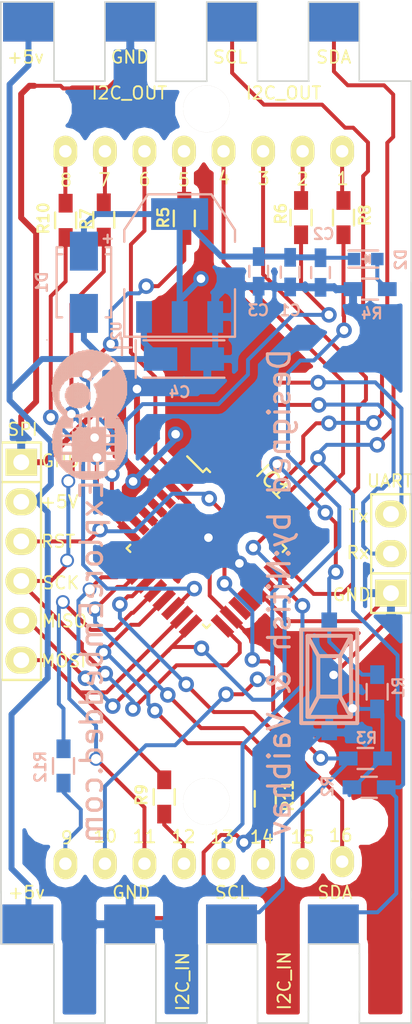
<source format=kicad_pcb>
(kicad_pcb (version 20171130) (host pcbnew "(5.1.12)-1")
  (layers (0 F.Cu signal) (31 B.Cu signal) (34 B.Paste user hide) (35 F.Paste user hide) (36 B.SilkS user hide) (37 F.SilkS user hide) (38 B.Mask user hide) (39 F.Mask user hide) (44 Edge.Cuts user))
  (net 0 "")
  (net 1 +3V3)
  (net 2 GND)
  (net 3 +5V)
  (net 4 "Net-(D2-Pad2)")
  (net 5 "Net-(IC1-Pad1)")
  (net 6 /PB6)
  (net 7 /PB7)
  (net 8 "Net-(IC1-Pad19)")
  (net 9 "Net-(IC1-Pad20)")
  (net 10 "Net-(IC1-Pad22)")
  (net 11 /SDA)
  (net 12 /SCL)
  (net 13 /Rx)
  (net 14 /Tx)
  (net 15 "Net-(IC1-Pad32)")
  (net 16 "Net-(IC1-Pad2)")
  (net 17 "Net-(IC1-Pad9)")
  (net 18 "Net-(IC1-Pad10)")
  (net 19 "Net-(IC1-Pad11)")
  (net 20 "Net-(IC1-Pad12)")
  (net 21 "Net-(IC1-Pad13)")
  (net 22 "Net-(IC1-Pad14)")
  (net 23 "Net-(IC1-Pad23)")
  (net 24 "Net-(IC1-Pad24)")
  (net 25 "Net-(IC1-Pad25)")
  (net 26 "Net-(IC1-Pad26)")
  (net 27 /RST)
  (net 28 "Net-(R5-Pad2)")
  (net 29 "Net-(R6-Pad2)")
  (net 30 "Net-(R7-Pad2)")
  (net 31 "Net-(R8-Pad2)")
  (net 32 "Net-(R9-Pad2)")
  (net 33 "Net-(R10-Pad2)")
  (net 34 "Net-(R11-Pad2)")
  (net 35 "Net-(R12-Pad2)")
  (net 36 /MOSI)
  (net 37 /MISO)
  (net 38 /SCK)
  (net 39 "Net-(P5-Pad1)")
  (net 40 "Net-(P6-Pad1)")
  (module "matrix:8x8dot matrix" (layer F.Cu) (at 145.88 123.37 180)
    (fp_text reference U1 (at -16.84 0.55 180) (layer F.SilkS) (effects (font (size 1.5 1.5))))
    (fp_text value DispHB2388 hide)
    (pad 1 thru_hole oval (at -3.81 17.77754 270) (size 2 1.524) (drill 0.8) (layers *.Cu *.Mask F.SilkS) (net 31 "Net-(R8-Pad2)"))
    (pad 2 thru_hole oval (at -1.27 17.77754 270) (size 2 1.524) (drill 0.8) (layers *.Cu *.Mask F.SilkS) (net 29 "Net-(R6-Pad2)"))
    (pad 3 thru_hole oval (at 1.27 17.77754 270) (size 2 1.524) (drill 0.8) (layers *.Cu *.Mask F.SilkS) (net 24 "Net-(IC1-Pad24)"))
    (pad 4 thru_hole oval (at 3.81 17.77754 270) (size 2 1.524) (drill 0.8) (layers *.Cu *.Mask F.SilkS) (net 25 "Net-(IC1-Pad25)"))
    (pad 5 thru_hole oval (at 6.35 17.77754 270) (size 2 1.524) (drill 0.8) (layers *.Cu *.Mask F.SilkS) (net 28 "Net-(R5-Pad2)"))
    (pad 6 thru_hole oval (at 8.89 17.77754 270) (size 2 1.524) (drill 0.8) (layers *.Cu *.Mask F.SilkS) (net 16 "Net-(IC1-Pad2)"))
    (pad 7 thru_hole oval (at 11.43 17.77754 270) (size 2 1.524) (drill 0.8) (layers *.Cu *.Mask F.SilkS) (net 30 "Net-(R7-Pad2)"))
    (pad 8 thru_hole oval (at 13.97 17.77754 270) (size 2 1.524) (drill 0.8) (layers *.Cu *.Mask F.SilkS) (net 33 "Net-(R10-Pad2)"))
    (pad 16 thru_hole oval (at -3.81 -27.81 270) (size 2 1.524) (drill 0.8) (layers *.Cu *.Mask F.SilkS) (net 19 "Net-(IC1-Pad11)"))
    (pad 15 thru_hole oval (at -1.27 -27.94 270) (size 2 1.524) (drill 0.8) (layers *.Cu *.Mask F.SilkS) (net 18 "Net-(IC1-Pad10)"))
    (pad 14 thru_hole oval (at 1.27 -27.94 270) (size 2 1.524) (drill 0.8) (layers *.Cu *.Mask F.SilkS) (net 34 "Net-(R11-Pad2)"))
    (pad 13 thru_hole oval (at 3.81 -27.94 270) (size 2 1.524) (drill 0.8) (layers *.Cu *.Mask F.SilkS) (net 23 "Net-(IC1-Pad23)"))
    (pad 12 thru_hole oval (at 6.35 -27.94 270) (size 2 1.524) (drill 0.8) (layers *.Cu *.Mask F.SilkS) (net 32 "Net-(R9-Pad2)"))
    (pad 11 thru_hole oval (at 8.89 -27.94 270) (size 2 1.524) (drill 0.8) (layers *.Cu *.Mask F.SilkS) (net 17 "Net-(IC1-Pad9)"))
    (pad 10 thru_hole oval (at 11.43 -27.94 270) (size 2 1.524) (drill 0.8) (layers *.Cu *.Mask F.SilkS) (net 26 "Net-(IC1-Pad26)"))
    (pad 9 thru_hole oval (at 13.97 -27.94 270) (size 2 1.524) (drill 0.8) (layers *.Cu *.Mask F.SilkS) (net 35 "Net-(R12-Pad2)"))
  )
  (module Capacitors_Tantalum_SMD:TantalC_SizeA_EIA-3216_Wave (layer B.Cu) (at 139.525 118.925)
    (fp_text reference C4 (at -0.275 2.125) (layer B.SilkS) (effects (font (size 0.7 0.7)) (justify mirror)))
    (fp_text value 10uF hide)
    (pad 2 smd rect (at 1.50114 0) (size 2.14884 1.50114) (layers B.Cu B.Paste B.Mask) (net 2 GND))
    (pad 1 smd rect (at -1.50114 0) (size 2.14884 1.50114) (layers B.Cu B.Paste B.Mask) (net 3 +5V))
  )
  (module lm1117:lm117_SOT-223 (layer B.Cu) (at 139.25 112.925 180)
    (fp_text reference U2 (at 4.064 -4.191 90) (layer B.SilkS) (effects (font (size 0.6 0.6)) (justify mirror)))
    (fp_text value lm1117/3.3 hide)
    (pad 4 smd rect (at 0 3.302 180) (size 3.6576 2.032) (layers B.Cu B.Paste B.Mask) (net 1 +3V3))
    (pad 2 smd rect (at 0 -3.302 180) (size 1.016 2.032) (layers B.Cu B.Paste B.Mask) (net 1 +3V3))
    (pad 3 smd rect (at 2.286 -3.302 180) (size 1.016 2.032) (layers B.Cu B.Paste B.Mask) (net 3 +5V))
    (pad 1 smd rect (at -2.286 -3.302 180) (size 1.016 2.032) (layers B.Cu B.Paste B.Mask) (net 2 GND))
  )
  (module Diodes_SMD:SMA_Standard (layer B.Cu) (at 133.1 114 270)
    (fp_text reference D1 (at 0 2.7 270) (layer B.SilkS) (effects (font (size 0.7 0.7)) (justify mirror)))
    (fp_text value DIODE hide)
    (pad 1 smd rect (at -1.99898 0 270) (size 2.49936 1.80086) (layers B.Cu B.Paste B.Mask) (net 1 +3V3))
    (pad 2 smd rect (at 1.99898 0 270) (size 2.49936 1.80086) (layers B.Cu B.Paste B.Mask) (net 3 +5V))
  )
  (module Connect:1pin (layer F.Cu) (at 140.97 147.32 180)
    (fp_text reference P5 hide)
    (fp_text value CONN_01X01 hide)
    (pad 1 thru_hole circle (at 0 0 180) (size 3 3) (drill 3) (layers *.Cu *.Mask F.SilkS) (net 39 "Net-(P5-Pad1)"))
  )
  (module Connect:1pin (layer F.Cu) (at 140.97 102.87)
    (fp_text reference P6 hide)
    (fp_text value CONN_01X01 hide)
    (pad 1 thru_hole circle (at 0 0) (size 3 3) (drill 3) (layers *.Cu *.Mask F.SilkS) (net 40 "Net-(P6-Pad1)"))
  )
  (module Pin_Headers:Pin_Header_Straight_1x03 (layer F.Cu) (at 152.825 133.95 180)
    (fp_text reference P4 hide)
    (fp_text value CONN_01X03 hide)
    (pad 1 thru_hole rect (at 0 0 180) (size 2.032 1.7272) (drill 1.016) (layers *.Cu *.Mask F.SilkS) (net 2 GND))
    (pad 2 thru_hole oval (at 0 2.54 180) (size 2.032 1.7272) (drill 1.016) (layers *.Cu *.Mask F.SilkS) (net 13 /Rx))
    (pad 3 thru_hole oval (at 0 5.08 180) (size 2.032 1.7272) (drill 1.016) (layers *.Cu *.Mask F.SilkS) (net 14 /Tx))
  )
  (module Pin_Headers:Pin_Header_Straight_1x06 (layer F.Cu) (at 129.075 125.55)
    (fp_text reference P1 hide)
    (fp_text value CONN_01X06 hide)
    (pad 1 thru_hole rect (at 0 0) (size 2.032 1.7272) (drill 1.016) (layers *.Cu *.Mask F.SilkS) (net 2 GND))
    (pad 2 thru_hole oval (at 0 2.54) (size 2.032 1.7272) (drill 1.016) (layers *.Cu *.Mask F.SilkS) (net 3 +5V))
    (pad 3 thru_hole oval (at 0 5.08) (size 2.032 1.7272) (drill 1.016) (layers *.Cu *.Mask F.SilkS) (net 27 /RST))
    (pad 4 thru_hole oval (at 0 7.62) (size 2.032 1.7272) (drill 1.016) (layers *.Cu *.Mask F.SilkS) (net 38 /SCK))
    (pad 5 thru_hole oval (at 0 10.16) (size 2.032 1.7272) (drill 1.016) (layers *.Cu *.Mask F.SilkS) (net 37 /MISO))
    (pad 6 thru_hole oval (at 0 12.7) (size 2.032 1.7272) (drill 1.016) (layers *.Cu *.Mask F.SilkS) (net 36 /MOSI))
  )
  (module matrix:matrix_connector (layer F.Cu) (at 129.54 97.282 90)
    (fp_text reference P2 hide)
    (fp_text value CONN_01X04 hide)
    (pad 1 connect rect (at 0 0 90) (size 2.54 3.27025) (layers F.Cu F.Mask) (net 3 +5V))
    (pad 2 connect rect (at 0 6.5405 90) (size 2.54 3.27025) (layers F.Cu F.Mask) (net 2 GND))
    (pad 3 connect rect (at 0 13.081 90) (size 2.54 3.27025) (layers F.Cu F.Mask) (net 12 /SCL))
    (pad 4 connect rect (at 0 19.6215 90) (size 2.54 3.27025) (layers F.Cu F.Mask) (net 11 /SDA))
    (pad 1 connect rect (at 0 0 90) (size 2.54 3.27025) (layers B.Cu F.Mask) (net 3 +5V))
    (pad 2 connect rect (at 0 6.5405 90) (size 2.54 3.27025) (layers B.Cu F.Mask) (net 2 GND))
    (pad 3 connect rect (at 0 13.081 90) (size 2.54 3.27025) (layers B.Cu F.Mask) (net 12 /SCL))
    (pad 4 connect rect (at 0 19.6215 90) (size 2.54 3.27025) (layers B.Cu F.Mask) (net 11 /SDA))
  )
  (module LEDs:LED-0603 (layer B.Cu) (at 151.2 112.51)
    (fp_text reference D2 (at 2.25 0.04 90) (layer B.SilkS) (effects (font (size 0.7 0.7)) (justify mirror)))
    (fp_text value LED hide)
    (pad 2 smd rect (at 0.7493 0 180) (size 0.79756 0.79756) (layers B.Cu B.Paste B.Mask) (net 4 "Net-(D2-Pad2)"))
    (pad 1 smd rect (at -0.7493 0 180) (size 0.79756 0.79756) (layers B.Cu B.Paste B.Mask) (net 1 +3V3))
  )
  (module Housings_QFP:TQFP-32_7x7mm_Pitch0.8mm (layer F.Cu) (at 140.975 131.075 315)
    (fp_text reference IC1 (at 0 -6.05 315) (layer F.SilkS))
    (fp_text value ATMEGA8-AI hide)
    (pad 1 smd rect (at -4.25 -2.8 315) (size 1.6 0.55) (layers F.Cu F.Paste F.Mask) (net 5 "Net-(IC1-Pad1)"))
    (pad 2 smd rect (at -4.25 -2 315) (size 1.6 0.55) (layers F.Cu F.Paste F.Mask) (net 16 "Net-(IC1-Pad2)"))
    (pad 3 smd rect (at -4.25 -1.2 315) (size 1.6 0.55) (layers F.Cu F.Paste F.Mask) (net 2 GND))
    (pad 4 smd rect (at -4.25 -0.4 315) (size 1.6 0.55) (layers F.Cu F.Paste F.Mask) (net 1 +3V3))
    (pad 5 smd rect (at -4.25 0.4 315) (size 1.6 0.55) (layers F.Cu F.Paste F.Mask) (net 2 GND))
    (pad 6 smd rect (at -4.25 1.2 315) (size 1.6 0.55) (layers F.Cu F.Paste F.Mask) (net 1 +3V3))
    (pad 7 smd rect (at -4.25 2 315) (size 1.6 0.55) (layers F.Cu F.Paste F.Mask) (net 6 /PB6))
    (pad 8 smd rect (at -4.25 2.8 315) (size 1.6 0.55) (layers F.Cu F.Paste F.Mask) (net 7 /PB7))
    (pad 9 smd rect (at -2.8 4.25 45) (size 1.6 0.55) (layers F.Cu F.Paste F.Mask) (net 17 "Net-(IC1-Pad9)"))
    (pad 10 smd rect (at -2 4.25 45) (size 1.6 0.55) (layers F.Cu F.Paste F.Mask) (net 18 "Net-(IC1-Pad10)"))
    (pad 11 smd rect (at -1.2 4.25 45) (size 1.6 0.55) (layers F.Cu F.Paste F.Mask) (net 19 "Net-(IC1-Pad11)"))
    (pad 12 smd rect (at -0.4 4.25 45) (size 1.6 0.55) (layers F.Cu F.Paste F.Mask) (net 20 "Net-(IC1-Pad12)"))
    (pad 13 smd rect (at 0.4 4.25 45) (size 1.6 0.55) (layers F.Cu F.Paste F.Mask) (net 21 "Net-(IC1-Pad13)"))
    (pad 14 smd rect (at 1.2 4.25 45) (size 1.6 0.55) (layers F.Cu F.Paste F.Mask) (net 22 "Net-(IC1-Pad14)"))
    (pad 15 smd rect (at 2 4.25 45) (size 1.6 0.55) (layers F.Cu F.Paste F.Mask) (net 36 /MOSI))
    (pad 16 smd rect (at 2.8 4.25 45) (size 1.6 0.55) (layers F.Cu F.Paste F.Mask) (net 37 /MISO))
    (pad 17 smd rect (at 4.25 2.8 315) (size 1.6 0.55) (layers F.Cu F.Paste F.Mask) (net 38 /SCK))
    (pad 18 smd rect (at 4.25 2 315) (size 1.6 0.55) (layers F.Cu F.Paste F.Mask) (net 1 +3V3))
    (pad 19 smd rect (at 4.25 1.2 315) (size 1.6 0.55) (layers F.Cu F.Paste F.Mask) (net 8 "Net-(IC1-Pad19)"))
    (pad 20 smd rect (at 4.25 0.4 315) (size 1.6 0.55) (layers F.Cu F.Paste F.Mask) (net 9 "Net-(IC1-Pad20)"))
    (pad 21 smd rect (at 4.25 -0.4 315) (size 1.6 0.55) (layers F.Cu F.Paste F.Mask) (net 2 GND))
    (pad 22 smd rect (at 4.25 -1.2 315) (size 1.6 0.55) (layers F.Cu F.Paste F.Mask) (net 10 "Net-(IC1-Pad22)"))
    (pad 23 smd rect (at 4.25 -2 315) (size 1.6 0.55) (layers F.Cu F.Paste F.Mask) (net 23 "Net-(IC1-Pad23)"))
    (pad 24 smd rect (at 4.25 -2.8 315) (size 1.6 0.55) (layers F.Cu F.Paste F.Mask) (net 24 "Net-(IC1-Pad24)"))
    (pad 25 smd rect (at 2.8 -4.25 45) (size 1.6 0.55) (layers F.Cu F.Paste F.Mask) (net 25 "Net-(IC1-Pad25)"))
    (pad 26 smd rect (at 2 -4.25 45) (size 1.6 0.55) (layers F.Cu F.Paste F.Mask) (net 26 "Net-(IC1-Pad26)"))
    (pad 27 smd rect (at 1.2 -4.25 45) (size 1.6 0.55) (layers F.Cu F.Paste F.Mask) (net 11 /SDA))
    (pad 28 smd rect (at 0.4 -4.25 45) (size 1.6 0.55) (layers F.Cu F.Paste F.Mask) (net 12 /SCL))
    (pad 29 smd rect (at -0.4 -4.25 45) (size 1.6 0.55) (layers F.Cu F.Paste F.Mask) (net 27 /RST))
    (pad 30 smd rect (at -1.2 -4.25 45) (size 1.6 0.55) (layers F.Cu F.Paste F.Mask) (net 13 /Rx))
    (pad 31 smd rect (at -2 -4.25 45) (size 1.6 0.55) (layers F.Cu F.Paste F.Mask) (net 14 /Tx))
    (pad 32 smd rect (at -2.8 -4.25 45) (size 1.6 0.55) (layers F.Cu F.Paste F.Mask) (net 15 "Net-(IC1-Pad32)"))
  )
  (module Capacitors_SMD:C_0603_HandSoldering (layer B.Cu) (at 146.35 113.35 270)
    (fp_text reference C1 (at 2.45 0) (layer B.SilkS) (effects (font (size 0.7 0.7)) (justify mirror)))
    (fp_text value 0.1uf hide)
    (pad 1 smd rect (at -0.95 0 270) (size 1.2 0.75) (layers B.Cu B.Paste B.Mask) (net 1 +3V3))
    (pad 2 smd rect (at 0.95 0 270) (size 1.2 0.75) (layers B.Cu B.Paste B.Mask) (net 2 GND))
  )
  (module Capacitors_SMD:C_0603_HandSoldering (layer B.Cu) (at 148.3 113.375 270)
    (fp_text reference C2 (at -2.475 -0.2) (layer B.SilkS) (effects (font (size 0.7 0.7)) (justify mirror)))
    (fp_text value 0.1uf hide)
    (pad 1 smd rect (at -0.95 0 270) (size 1.2 0.75) (layers B.Cu B.Paste B.Mask) (net 1 +3V3))
    (pad 2 smd rect (at 0.95 0 270) (size 1.2 0.75) (layers B.Cu B.Paste B.Mask) (net 2 GND))
  )
  (module Capacitors_SMD:C_0603_HandSoldering (layer B.Cu) (at 144.325 113.3 270)
    (fp_text reference C3 (at 2.5 0.025) (layer B.SilkS) (effects (font (size 0.7 0.7)) (justify mirror)))
    (fp_text value 0.1uf hide)
    (pad 1 smd rect (at -0.95 0 270) (size 1.2 0.75) (layers B.Cu B.Paste B.Mask) (net 1 +3V3))
    (pad 2 smd rect (at 0.95 0 270) (size 1.2 0.75) (layers B.Cu B.Paste B.Mask) (net 2 GND))
  )
  (module Resistors_SMD:R_0603_HandSoldering (layer B.Cu) (at 151.94 140.28 90)
    (fp_text reference R1 (at 0.28 1.36 90) (layer B.SilkS) (effects (font (size 0.7 0.7)) (justify mirror)))
    (fp_text value 10K hide)
    (pad 1 smd rect (at -1.1 0 90) (size 1.2 0.9) (layers B.Cu B.Paste B.Mask) (net 1 +3V3))
    (pad 2 smd rect (at 1.1 0 90) (size 1.2 0.9) (layers B.Cu B.Paste B.Mask) (net 27 /RST))
  )
  (module Resistors_SMD:R_0603_HandSoldering (layer B.Cu) (at 151.42 146.41)
    (fp_text reference R2 (at -2.67 -0.06 90) (layer B.SilkS) (effects (font (size 0.7 0.7)) (justify mirror)))
    (fp_text value 10K hide)
    (pad 1 smd rect (at -1.1 0) (size 1.2 0.9) (layers B.Cu B.Paste B.Mask) (net 1 +3V3))
    (pad 2 smd rect (at 1.1 0) (size 1.2 0.9) (layers B.Cu B.Paste B.Mask) (net 11 /SDA))
  )
  (module Resistors_SMD:R_0603_HandSoldering (layer B.Cu) (at 151.18 144.56 180)
    (fp_text reference R3 (at -0.07 1.31 180) (layer B.SilkS) (effects (font (size 0.7 0.7)) (justify mirror)))
    (fp_text value 10K hide)
    (pad 1 smd rect (at -1.1 0 180) (size 1.2 0.9) (layers B.Cu B.Paste B.Mask) (net 1 +3V3))
    (pad 2 smd rect (at 1.1 0 180) (size 1.2 0.9) (layers B.Cu B.Paste B.Mask) (net 12 /SCL))
  )
  (module Resistors_SMD:R_0603_HandSoldering (layer B.Cu) (at 151.49 114.44 180)
    (fp_text reference R4 (at -0.11 -1.56 180) (layer B.SilkS) (effects (font (size 0.7 0.7)) (justify mirror)))
    (fp_text value 470E hide)
    (pad 1 smd rect (at -1.1 0 180) (size 1.2 0.9) (layers B.Cu B.Paste B.Mask) (net 4 "Net-(D2-Pad2)"))
    (pad 2 smd rect (at 1.1 0 180) (size 1.2 0.9) (layers B.Cu B.Paste B.Mask) (net 2 GND))
  )
  (module Resistors_SMD:R_0603_HandSoldering (layer F.Cu) (at 139.55 109.9 90)
    (fp_text reference R5 (at 0.05 -1.35 90) (layer F.SilkS) (effects (font (size 0.7 0.7))))
    (fp_text value 22E hide)
    (pad 1 smd rect (at -1.1 0 90) (size 1.2 0.9) (layers F.Cu F.Paste F.Mask) (net 7 /PB7))
    (pad 2 smd rect (at 1.1 0 90) (size 1.2 0.9) (layers F.Cu F.Paste F.Mask) (net 28 "Net-(R5-Pad2)"))
  )
  (module Resistors_SMD:R_0603_HandSoldering (layer F.Cu) (at 147.05 109.85 90)
    (fp_text reference R6 (at 0.25 -1.3 90) (layer F.SilkS) (effects (font (size 0.7 0.7))))
    (fp_text value 22E hide)
    (pad 1 smd rect (at -1.1 0 90) (size 1.2 0.9) (layers F.Cu F.Paste F.Mask) (net 6 /PB6))
    (pad 2 smd rect (at 1.1 0 90) (size 1.2 0.9) (layers F.Cu F.Paste F.Mask) (net 29 "Net-(R6-Pad2)"))
  )
  (module Resistors_SMD:R_0603_HandSoldering (layer F.Cu) (at 134.375 110 90)
    (fp_text reference R7 (at 0.05 -1.125 90) (layer F.SilkS) (effects (font (size 0.7 0.7))))
    (fp_text value 22E hide)
    (pad 1 smd rect (at -1.1 0 90) (size 1.2 0.9) (layers F.Cu F.Paste F.Mask) (net 38 /SCK))
    (pad 2 smd rect (at 1.1 0 90) (size 1.2 0.9) (layers F.Cu F.Paste F.Mask) (net 30 "Net-(R7-Pad2)"))
  )
  (module Resistors_SMD:R_0603_HandSoldering (layer F.Cu) (at 149.775 109.85 90)
    (fp_text reference R8 (at 0.15 1.375 90) (layer F.SilkS) (effects (font (size 0.7 0.7))))
    (fp_text value 22E hide)
    (pad 1 smd rect (at -1.1 0 90) (size 1.2 0.9) (layers F.Cu F.Paste F.Mask) (net 37 /MISO))
    (pad 2 smd rect (at 1.1 0 90) (size 1.2 0.9) (layers F.Cu F.Paste F.Mask) (net 31 "Net-(R8-Pad2)"))
  )
  (module Resistors_SMD:R_0603_HandSoldering (layer F.Cu) (at 138.26 147.03 270)
    (fp_text reference R9 (at -0.13 1.46 270) (layer F.SilkS) (effects (font (size 0.7 0.7))))
    (fp_text value 22E hide)
    (pad 1 smd rect (at -1.1 0 270) (size 1.2 0.9) (layers F.Cu F.Paste F.Mask) (net 36 /MOSI))
    (pad 2 smd rect (at 1.1 0 270) (size 1.2 0.9) (layers F.Cu F.Paste F.Mask) (net 32 "Net-(R9-Pad2)"))
  )
  (module Resistors_SMD:R_0603_HandSoldering (layer F.Cu) (at 131.925 110.025 90)
    (fp_text reference R10 (at 0.125 -1.425 90) (layer F.SilkS) (effects (font (size 0.7 0.7))))
    (fp_text value 22E hide)
    (pad 1 smd rect (at -1.1 0 90) (size 1.2 0.9) (layers F.Cu F.Paste F.Mask) (net 22 "Net-(IC1-Pad14)"))
    (pad 2 smd rect (at 1.1 0 90) (size 1.2 0.9) (layers F.Cu F.Paste F.Mask) (net 33 "Net-(R10-Pad2)"))
  )
  (module Resistors_SMD:R_0603_HandSoldering (layer F.Cu) (at 144.75 147.15 270)
    (fp_text reference R11 (at -0.2 -1.45 270) (layer F.SilkS) (effects (font (size 0.7 0.7))))
    (fp_text value 22E hide)
    (pad 1 smd rect (at -1.1 0 270) (size 1.2 0.9) (layers F.Cu F.Paste F.Mask) (net 21 "Net-(IC1-Pad13)"))
    (pad 2 smd rect (at 1.1 0 270) (size 1.2 0.9) (layers F.Cu F.Paste F.Mask) (net 34 "Net-(R11-Pad2)"))
  )
  (module Resistors_SMD:R_0603_HandSoldering (layer B.Cu) (at 131.79 145.04 270)
    (fp_text reference R12 (at 0.06 1.49 270) (layer B.SilkS) (effects (font (size 0.7 0.7)) (justify mirror)))
    (fp_text value 22E hide)
    (pad 1 smd rect (at -1.1 0 270) (size 1.2 0.9) (layers B.Cu B.Paste B.Mask) (net 20 "Net-(IC1-Pad12)"))
    (pad 2 smd rect (at 1.1 0 270) (size 1.2 0.9) (layers B.Cu B.Paste B.Mask) (net 35 "Net-(R12-Pad2)"))
  )
  (module switch:smd_push (layer B.Cu) (at 148.86 139.29 90)
    (fp_text reference SW1 hide)
    (fp_text value SPST hide)
    (pad 1 smd rect (at -3.59918 0 90) (size 1.00076 1.00076) (layers B.Cu B.Paste B.Mask) (net 2 GND))
    (pad 2 smd rect (at 3.59918 0 90) (size 1.00076 1.00076) (layers B.Cu B.Paste B.Mask) (net 27 /RST))
  )
  (module matrix:matrix_connector (layer F.Cu) (at 129.5 155.2 90)
    (fp_text reference P3 hide)
    (fp_text value CONN_01X04 hide)
    (pad 1 connect rect (at 0 0 90) (size 2.54 3.27025) (layers F.Cu F.Mask) (net 3 +5V))
    (pad 2 connect rect (at 0 6.5405 90) (size 2.54 3.27025) (layers F.Cu F.Mask) (net 2 GND))
    (pad 3 connect rect (at 0 13.081 90) (size 2.54 3.27025) (layers F.Cu F.Mask) (net 12 /SCL))
    (pad 4 connect rect (at 0 19.6215 90) (size 2.54 3.27025) (layers F.Cu F.Mask) (net 11 /SDA))
    (pad 1 connect rect (at 0 0 90) (size 2.54 3.27025) (layers B.Cu F.Mask) (net 3 +5V))
    (pad 2 connect rect (at 0 6.5405 90) (size 2.54 3.27025) (layers B.Cu F.Mask) (net 2 GND))
    (pad 3 connect rect (at 0 13.081 90) (size 2.54 3.27025) (layers B.Cu F.Mask) (net 12 /SCL))
    (pad 4 connect rect (at 0 19.6215 90) (size 2.54 3.27025) (layers B.Cu F.Mask) (net 11 /SDA))
  )
  (module "lm1117:LOGO (2)" (layer B.Cu) (at 130.675 117.675 270)
    (fp_text reference LOGO hide)
    (fp_text value "" (at 0 0 270) (layer B.SilkS) (effects (font (size 1.524 1.524)) (justify mirror)))
  )
  (gr_text I2C_IN (at 145.975 158.825 90) (layer F.SilkS) (effects (font (size 0.8 0.8) (thickness 0.12))))
  (gr_text "Designed by:Nitish & Vaibhav" (at 145.65 133.925 90) (layer B.SilkS) (effects (font (size 1.4 1.4) (thickness 0.2)) (justify mirror)))
  (gr_text ExploreEmbedded.com (at 133.6 138.35 90) (layer B.SilkS) (effects (font (size 1.4 1.4) (thickness 0.2)) (justify mirror)))
  (gr_line (start 150.80234 157.07868) (end 150.80234 160.84804) (angle 90) (layer Edge.Cuts) (width 0.1))
  (gr_line (start 147.52574 157.19552) (end 147.52574 160.8709) (angle 90) (layer Edge.Cuts) (width 0.1))
  (gr_line (start 150.7998 157.07614) (end 150.78456 157.07614) (angle 90) (layer Edge.Cuts) (width 0.1))
  (gr_line (start 150.7998 156.46654) (end 150.7998 157.07614) (angle 90) (layer Edge.Cuts) (width 0.1))
  (gr_line (start 147.52574 156.46654) (end 150.7998 156.46654) (angle 90) (layer Edge.Cuts) (width 0.1))
  (gr_line (start 147.52574 157.19044) (end 147.52574 156.46654) (angle 90) (layer Edge.Cuts) (width 0.1))
  (gr_line (start 141.00048 160.95472) (end 141.00302 160.95472) (angle 90) (layer Edge.Cuts) (width 0.1))
  (gr_line (start 141.00048 157.39872) (end 141.00048 160.95472) (angle 90) (layer Edge.Cuts) (width 0.1))
  (gr_line (start 144.25168 161.3916) (end 144.25422 161.3916) (angle 90) (layer Edge.Cuts) (width 0.1))
  (gr_line (start 144.25168 156.46908) (end 144.25168 161.3916) (angle 90) (layer Edge.Cuts) (width 0.1))
  (gr_line (start 141.00048 156.46908) (end 144.25168 156.46908) (angle 90) (layer Edge.Cuts) (width 0.1))
  (gr_line (start 141.00048 157.38856) (end 141.00048 156.46908) (angle 90) (layer Edge.Cuts) (width 0.1))
  (gr_line (start 137.72642 161.52876) (end 137.73658 161.52876) (angle 90) (layer Edge.Cuts) (width 0.1))
  (gr_line (start 137.72642 156.46908) (end 137.72642 161.52876) (angle 90) (layer Edge.Cuts) (width 0.1))
  (gr_line (start 134.44982 156.46908) (end 137.72642 156.46908) (angle 90) (layer Edge.Cuts) (width 0.1))
  (gr_line (start 134.44982 160.78708) (end 134.44982 156.46908) (angle 90) (layer Edge.Cuts) (width 0.1))
  (gr_line (start 131.16306 156.48432) (end 131.16306 156.49448) (angle 90) (layer Edge.Cuts) (width 0.1))
  (gr_line (start 131.17576 156.47162) (end 131.16306 156.48432) (angle 90) (layer Edge.Cuts) (width 0.1))
  (gr_line (start 131.17576 160.7947) (end 131.17576 156.47162) (angle 90) (layer Edge.Cuts) (width 0.1))
  (gr_line (start 127.77978 156.47416) (end 131.18084 156.47416) (angle 90) (layer Edge.Cuts) (width 0.1))
  (gr_line (start 127.77978 155.70708) (end 127.77978 156.47416) (angle 90) (layer Edge.Cuts) (width 0.1))
  (gr_line (start 154.1272 161.53892) (end 154.1272 161.5059) (angle 90) (layer Edge.Cuts) (width 0.1))
  (gr_line (start 150.79726 161.53892) (end 154.1272 161.53892) (angle 90) (layer Edge.Cuts) (width 0.1))
  (gr_line (start 147.52574 161.54654) (end 147.52574 161.5313) (angle 90) (layer Edge.Cuts) (width 0.1))
  (gr_line (start 144.25168 161.54654) (end 147.52574 161.54654) (angle 90) (layer Edge.Cuts) (width 0.1))
  (gr_line (start 141.00048 160.78708) (end 141.00048 161.53384) (angle 90) (layer Edge.Cuts) (width 0.1))
  (gr_line (start 137.72642 161.53384) (end 141.00556 161.53384) (angle 90) (layer Edge.Cuts) (width 0.1))
  (gr_line (start 134.45236 161.54908) (end 134.45236 161.55416) (angle 90) (layer Edge.Cuts) (width 0.1))
  (gr_line (start 131.18338 161.54908) (end 134.45236 161.54908) (angle 90) (layer Edge.Cuts) (width 0.1))
  (gr_line (start 154.12466 160.78708) (end 154.12466 161.54146) (angle 90) (layer Edge.Cuts) (width 0.1))
  (gr_line (start 150.79726 161.54146) (end 150.83028 161.54146) (angle 90) (layer Edge.Cuts) (width 0.1))
  (gr_line (start 150.79726 160.76422) (end 150.79726 161.54146) (angle 90) (layer Edge.Cuts) (width 0.1))
  (gr_line (start 147.52574 161.54146) (end 147.52828 161.54146) (angle 90) (layer Edge.Cuts) (width 0.1))
  (gr_line (start 147.52574 160.77184) (end 147.52574 161.54146) (angle 90) (layer Edge.Cuts) (width 0.1))
  (gr_line (start 144.25168 160.7947) (end 144.25168 161.544) (angle 90) (layer Edge.Cuts) (width 0.1))
  (gr_line (start 137.72642 161.53892) (end 137.70356 161.53892) (angle 90) (layer Edge.Cuts) (width 0.1))
  (gr_line (start 137.72642 160.78454) (end 137.72642 161.53892) (angle 90) (layer Edge.Cuts) (width 0.1))
  (gr_line (start 134.45 161.54) (end 134.44 161.54) (angle 90) (layer Edge.Cuts) (width 0.1))
  (gr_line (start 134.45 160.78) (end 134.45 161.54) (angle 90) (layer Edge.Cuts) (width 0.1))
  (gr_line (start 131.175 161.55) (end 131.175 161.525) (angle 90) (layer Edge.Cuts) (width 0.1))
  (gr_line (start 131.175 160.775) (end 131.175 161.55) (angle 90) (layer Edge.Cuts) (width 0.1))
  (gr_text I2C_OUT (at 145.923 101.854) (layer F.SilkS) (effects (font (size 0.8 0.8) (thickness 0.12))))
  (gr_text 16 (at 149.6 149.5) (layer F.SilkS) (effects (font (size 0.8 0.8) (thickness 0.12))))
  (gr_text 15 (at 147.15 149.6) (layer F.SilkS) (effects (font (size 0.8 0.8) (thickness 0.12))))
  (gr_text 14 (at 144.526 149.606) (layer F.SilkS) (effects (font (size 0.8 0.8) (thickness 0.12))))
  (gr_text 13 (at 141.986 149.606) (layer F.SilkS) (effects (font (size 0.8 0.8) (thickness 0.12))))
  (gr_text 12 (at 139.5 149.575) (layer F.SilkS) (effects (font (size 0.8 0.8) (thickness 0.12))))
  (gr_text 11 (at 137 149.575) (layer F.SilkS) (effects (font (size 0.8 0.8) (thickness 0.12))))
  (gr_text 10 (at 134.475 149.55) (layer F.SilkS) (effects (font (size 0.8 0.8) (thickness 0.12))))
  (gr_text 9 (at 132 149.65) (layer F.SilkS) (effects (font (size 0.8 0.8) (thickness 0.12))))
  (gr_text 8 (at 131.95 107.45) (layer F.SilkS) (effects (font (size 0.8 0.8) (thickness 0.12))))
  (gr_text 7 (at 134.425 107.425) (layer F.SilkS) (effects (font (size 0.8 0.8) (thickness 0.12))))
  (gr_text 6 (at 137 107.4) (layer F.SilkS) (effects (font (size 0.8 0.8) (thickness 0.12))))
  (gr_text 5 (at 139.525 107.425) (layer F.SilkS) (effects (font (size 0.8 0.8) (thickness 0.12))))
  (gr_text 4 (at 142.1 107.3) (layer F.SilkS) (effects (font (size 0.8 0.8) (thickness 0.12))))
  (gr_text 3 (at 144.65 107.35) (layer F.SilkS) (effects (font (size 0.8 0.8) (thickness 0.12))))
  (gr_text 2 (at 147.15 107.375) (layer F.SilkS) (effects (font (size 0.8 0.8) (thickness 0.12))))
  (gr_text 1 (at 149.725 107.35) (layer F.SilkS) (effects (font (size 0.8 0.8) (thickness 0.12))))
  (gr_text I2C_IN (at 139.446 158.877 90) (layer F.SilkS) (effects (font (size 0.8 0.8) (thickness 0.12))))
  (gr_text I2C_OUT (at 136.017 101.854) (layer F.SilkS) (effects (font (size 0.8 0.8) (thickness 0.12))))
  (gr_text UART (at 152.75 126.75) (layer F.SilkS) (effects (font (size 0.8 0.8) (thickness 0.12))))
  (gr_text "GND\n" (at 150.3 134.05) (layer F.SilkS) (effects (font (size 0.8 0.8) (thickness 0.12))))
  (gr_text SPI (at 129.16 123.44) (layer F.SilkS) (effects (font (size 0.8 0.8) (thickness 0.12))))
  (gr_text "GND\n" (at 131.6 125.46) (layer F.SilkS) (effects (font (size 0.8 0.8) (thickness 0.12))))
  (gr_text +5V (at 131.53 128.09) (layer F.SilkS) (effects (font (size 0.8 0.8) (thickness 0.12))))
  (gr_line (start 154.125 153.5) (end 154.125 153.1) (angle 90) (layer Edge.Cuts) (width 0.1))
  (gr_line (start 127.77 100.28) (end 127.77 96) (angle 90) (layer Edge.Cuts) (width 0.1))
  (gr_line (start 127.78 155.7) (end 127.78 153.07) (angle 90) (layer Edge.Cuts) (width 0.1))
  (gr_line (start 154.13 101.09) (end 154.11 101.09) (angle 90) (layer Edge.Cuts) (width 0.1))
  (gr_line (start 154.13 113.98) (end 154.13 101.09) (angle 90) (layer Edge.Cuts) (width 0.1))
  (gr_line (start 154.13 101.09) (end 154.13 101.1) (angle 90) (layer Edge.Cuts) (width 0.1))
  (gr_line (start 150.79 101.09) (end 154.13 101.09) (angle 90) (layer Edge.Cuts) (width 0.1))
  (gr_line (start 144.25 101.09) (end 147.54 101.09) (angle 90) (layer Edge.Cuts) (width 0.1))
  (gr_line (start 141 101.1) (end 141 101.05) (angle 90) (layer Edge.Cuts) (width 0.1))
  (gr_line (start 137.71 101.1) (end 141 101.1) (angle 90) (layer Edge.Cuts) (width 0.1))
  (gr_line (start 134.45 101.09) (end 134.45 101.1) (angle 90) (layer Edge.Cuts) (width 0.1))
  (gr_line (start 131.4 101.09) (end 134.45 101.09) (angle 90) (layer Edge.Cuts) (width 0.1))
  (gr_line (start 150.79 96.02) (end 150.79 98.7) (angle 90) (layer Edge.Cuts) (width 0.1))
  (gr_line (start 150.78 96.02) (end 150.79 96.02) (angle 90) (layer Edge.Cuts) (width 0.1))
  (gr_line (start 147.53 96.02) (end 150.78 96.02) (angle 90) (layer Edge.Cuts) (width 0.1))
  (gr_line (start 147.53 98.53) (end 147.53 96.01) (angle 90) (layer Edge.Cuts) (width 0.1))
  (gr_line (start 144.25 96.01) (end 144.25 98.63) (angle 90) (layer Edge.Cuts) (width 0.1))
  (gr_line (start 140.99 96.01) (end 144.25 96.01) (angle 90) (layer Edge.Cuts) (width 0.1))
  (gr_line (start 140.99 98.56) (end 140.99 96.01) (angle 90) (layer Edge.Cuts) (width 0.1))
  (gr_line (start 137.71 98.67) (end 137.72 98.67) (angle 90) (layer Edge.Cuts) (width 0.1))
  (gr_line (start 137.71 96.01) (end 137.71 98.67) (angle 90) (layer Edge.Cuts) (width 0.1))
  (gr_line (start 134.45 96.01) (end 137.71 96.01) (angle 90) (layer Edge.Cuts) (width 0.1))
  (gr_line (start 134.45 98.57) (end 134.45 96.01) (angle 90) (layer Edge.Cuts) (width 0.1))
  (gr_line (start 127.76 96.01) (end 127.94 96.01) (angle 90) (layer Edge.Cuts) (width 0.1))
  (gr_line (start 150.79 101.08) (end 150.81 101.08) (angle 90) (layer Edge.Cuts) (width 0.1))
  (gr_line (start 150.79 98.55) (end 150.79 101.08) (angle 90) (layer Edge.Cuts) (width 0.1))
  (gr_line (start 147.53 101.09) (end 147.56 101.09) (angle 90) (layer Edge.Cuts) (width 0.1))
  (gr_line (start 147.53 98.54) (end 147.53 101.09) (angle 90) (layer Edge.Cuts) (width 0.1))
  (gr_line (start 144.25 98.55) (end 144.25 101.09) (angle 90) (layer Edge.Cuts) (width 0.1))
  (gr_line (start 140.99 101.08) (end 140.97 101.08) (angle 90) (layer Edge.Cuts) (width 0.1))
  (gr_line (start 140.99 98.55) (end 140.99 101.08) (angle 90) (layer Edge.Cuts) (width 0.1))
  (gr_line (start 137.71 101.1) (end 137.72 101.1) (angle 90) (layer Edge.Cuts) (width 0.1))
  (gr_line (start 137.71 98.55) (end 137.71 101.1) (angle 90) (layer Edge.Cuts) (width 0.1))
  (gr_line (start 134.45 98.55) (end 134.45 101.075) (angle 90) (layer Edge.Cuts) (width 0.1))
  (gr_line (start 131.18 96.01) (end 131.18 101.09) (angle 90) (layer Edge.Cuts) (width 0.1))
  (gr_line (start 127.91 96.01) (end 131.18 96.01) (angle 90) (layer Edge.Cuts) (width 0.1))
  (gr_line (start 131.191 101.092) (end 131.699 101.092) (angle 90) (layer Edge.Cuts) (width 0.1))
  (gr_line (start 154.125 160.775) (end 154.125 160.675) (angle 90) (layer Edge.Cuts) (width 0.1))
  (gr_line (start 154.125 153.25) (end 154.125 160.7) (angle 90) (layer Edge.Cuts) (width 0.1))
  (gr_line (start 154.12974 153.162) (end 154.12974 153.15438) (angle 90) (layer Edge.Cuts) (width 0.1))
  (gr_line (start 127.77 103.69) (end 127.77 100.24) (angle 90) (layer Edge.Cuts) (width 0.1))
  (gr_line (start 99.5 93.5) (end 99.5 93) (angle 90) (layer F.SilkS) (width 0.2))
  (gr_line (start 179.5 67) (end 179.5 67.5) (angle 90) (layer F.SilkS) (width 0.2))
  (gr_text Rx (at 150.7 131.35) (layer F.SilkS) (effects (font (size 0.8 0.8) (thickness 0.12))))
  (gr_text Tx (at 150.75 129) (layer F.SilkS) (effects (font (size 0.8 0.8) (thickness 0.12))))
  (gr_text SCK (at 131.61 133.29) (layer F.SilkS) (effects (font (size 0.8 0.8) (thickness 0.12))))
  (gr_text MISO (at 131.84 135.74) (layer F.SilkS) (effects (font (size 0.8 0.8) (thickness 0.12))))
  (gr_text MOSI (at 131.8 138.3) (layer F.SilkS) (effects (font (size 0.8 0.8) (thickness 0.12))))
  (gr_text "RST\n" (at 131.44 130.63) (layer F.SilkS) (effects (font (size 0.8 0.8) (thickness 0.12))))
  (gr_text +5v (at 129.413 153.162) (layer F.SilkS) (effects (font (size 0.8 0.8) (thickness 0.12))))
  (gr_text GND (at 136.144 153.162) (layer F.SilkS) (effects (font (size 0.8 0.8) (thickness 0.12))))
  (gr_text SCL (at 142.621 153.162) (layer F.SilkS) (effects (font (size 0.8 0.8) (thickness 0.12))))
  (gr_text SDA (at 149.225 153.162) (layer F.SilkS) (effects (font (size 0.8 0.8) (thickness 0.12))))
  (gr_text SDA (at 149.15 99.55) (layer F.SilkS) (effects (font (size 0.8 0.8) (thickness 0.12))))
  (gr_text SCL (at 142.5 99.55) (layer F.SilkS) (effects (font (size 0.8 0.8) (thickness 0.12))))
  (gr_text GND (at 136.05 99.55) (layer F.SilkS) (effects (font (size 0.8 0.8) (thickness 0.12))))
  (gr_text +5v (at 129.35 99.55) (layer F.SilkS) (effects (font (size 0.8 0.8) (thickness 0.12))))
  (gr_line (start 154.125 113.975) (end 154.125 153.2) (angle 90) (layer Edge.Cuts) (width 0.1))
  (gr_line (start 154.125 153.2) (end 154.125 153.175) (angle 90) (layer Edge.Cuts) (width 0.1))
  (gr_line (start 127.775 124.15) (end 127.775 153.2) (angle 90) (layer Edge.Cuts) (width 0.1))
  (gr_line (start 127.775 124.15) (end 127.775 103.575) (angle 90) (layer Edge.Cuts) (width 0.1))
  (segment (start 150.32 146.41) (end 150.43 146.41) (width 0.254) (layer B.Cu) (net 1))
  (segment (start 150.43 146.41) (end 152.28 144.56) (width 0.254) (layer B.Cu) (net 1))
  (segment (start 138.252639 127.786953) (end 138.252639 127.702639) (width 0.381) (layer F.Cu) (net 1))
  (segment (start 138.252639 127.702639) (end 137.33 126.78) (width 0.381) (layer F.Cu) (net 1))
  (segment (start 137.33 126.78) (end 136.26 126.78) (width 0.381) (layer F.Cu) (net 1))
  (segment (start 137.121268 128.918324) (end 137.098324 128.918324) (width 0.381) (layer F.Cu) (net 1))
  (segment (start 137.098324 128.918324) (end 136.26 128.08) (width 0.381) (layer F.Cu) (net 1))
  (segment (start 139.25 115.14) (end 140.62 113.77) (width 0.381) (layer B.Cu) (net 1))
  (via (at 140.62 113.77) (size 0.999998) (drill 0.549999) (layers F.Cu B.Cu) (net 1))
  (segment (start 140.62 113.77) (end 140.79 113.94) (width 0.381) (layer F.Cu) (net 1))
  (segment (start 140.79 113.94) (end 141.71 113.94) (width 0.381) (layer F.Cu) (net 1))
  (segment (start 141.71 113.94) (end 142.41 114.64) (width 0.381) (layer F.Cu) (net 1))
  (segment (start 142.41 114.64) (end 142.41 120.33) (width 0.381) (layer F.Cu) (net 1))
  (segment (start 142.41 120.33) (end 138.99 123.75) (width 0.381) (layer F.Cu) (net 1))
  (via (at 138.99 123.75) (size 0.999998) (drill 0.549999) (layers F.Cu B.Cu) (net 1))
  (segment (start 139.25 116.227) (end 139.25 115.14) (width 0.381) (layer B.Cu) (net 1))
  (segment (start 138.99 124.05) (end 138.99 123.75) (width 0.381) (layer B.Cu) (net 1))
  (segment (start 136.26 126.78) (end 138.99 124.05) (width 0.381) (layer B.Cu) (net 1))
  (via (at 136.26 126.78) (size 0.999998) (drill 0.549999) (layers F.Cu B.Cu) (net 1))
  (segment (start 136.26 128.08) (end 136.26 126.78) (width 0.381) (layer F.Cu) (net 1))
  (segment (start 142.56599 135.494417) (end 142.56599 135.49599) (width 0.254) (layer F.Cu) (net 1))
  (segment (start 142.56599 135.49599) (end 144.14 137.07) (width 0.254) (layer F.Cu) (net 1))
  (segment (start 150.4 141.38) (end 151.94 141.38) (width 0.254) (layer B.Cu) (net 1))
  (segment (start 150.36 141.34) (end 150.4 141.38) (width 0.254) (layer B.Cu) (net 1))
  (via (at 150.36 141.34) (size 0.999998) (drill 0.549999) (layers F.Cu B.Cu) (net 1))
  (segment (start 149.28 141.34) (end 150.36 141.34) (width 0.254) (layer F.Cu) (net 1))
  (segment (start 148.01 140.07) (end 149.28 141.34) (width 0.254) (layer F.Cu) (net 1))
  (segment (start 148.01 138.46) (end 148.01 140.07) (width 0.254) (layer F.Cu) (net 1))
  (segment (start 146.62 137.07) (end 148.01 138.46) (width 0.254) (layer F.Cu) (net 1))
  (segment (start 144.14 137.07) (end 146.62 137.07) (width 0.254) (layer F.Cu) (net 1))
  (segment (start 152.28 144.56) (end 152.28 141.72) (width 0.254) (layer B.Cu) (net 1))
  (segment (start 152.28 141.72) (end 151.94 141.38) (width 0.254) (layer B.Cu) (net 1))
  (segment (start 148.3 112.425) (end 150.3657 112.425) (width 0.254) (layer B.Cu) (net 1))
  (segment (start 150.3657 112.425) (end 150.4507 112.51) (width 0.254) (layer B.Cu) (net 1))
  (segment (start 150.16 146.91) (end 150.16 146.68) (width 0.254) (layer B.Cu) (net 1))
  (segment (start 142.56599 135.494417) (end 142.56599 135.55599) (width 0.254) (layer F.Cu) (net 1))
  (segment (start 137.121268 128.918324) (end 137.121268 128.941268) (width 0.254) (layer F.Cu) (net 1))
  (segment (start 137.121268 128.941268) (end 140.14 131.96) (width 0.254) (layer F.Cu) (net 1))
  (segment (start 141.18 134.108427) (end 142.56599 135.494417) (width 0.254) (layer F.Cu) (net 1))
  (segment (start 141.18 132.79) (end 141.18 134.108427) (width 0.254) (layer F.Cu) (net 1))
  (segment (start 140.35 131.96) (end 141.18 132.79) (width 0.254) (layer F.Cu) (net 1))
  (segment (start 140.14 131.96) (end 140.35 131.96) (width 0.254) (layer F.Cu) (net 1))
  (segment (start 137.121268 128.918324) (end 137.143324 128.918324) (width 0.254) (layer F.Cu) (net 1))
  (segment (start 137.121268 128.918324) (end 137.093324 128.918324) (width 0.381) (layer F.Cu) (net 1))
  (segment (start 138.252639 127.786953) (end 138.236953 127.786953) (width 0.381) (layer F.Cu) (net 1))
  (segment (start 146.35 112.4) (end 148.275 112.4) (width 0.381) (layer B.Cu) (net 1))
  (segment (start 148.275 112.4) (end 148.3 112.425) (width 0.381) (layer B.Cu) (net 1))
  (segment (start 144.325 112.35) (end 146.3 112.35) (width 0.381) (layer B.Cu) (net 1))
  (segment (start 146.3 112.35) (end 146.35 112.4) (width 0.381) (layer B.Cu) (net 1))
  (segment (start 139.25 109.623) (end 139.25 109.675) (width 0.381) (layer B.Cu) (net 1))
  (segment (start 139.25 109.675) (end 141.925 112.35) (width 0.381) (layer B.Cu) (net 1))
  (segment (start 141.925 112.35) (end 144.325 112.35) (width 0.381) (layer B.Cu) (net 1))
  (segment (start 133.1 112.00102) (end 133.1 110.375) (width 0.381) (layer B.Cu) (net 1))
  (segment (start 133.852 109.623) (end 139.25 109.623) (width 0.381) (layer B.Cu) (net 1))
  (segment (start 133.1 110.375) (end 133.852 109.623) (width 0.381) (layer B.Cu) (net 1))
  (segment (start 139.25 116.227) (end 139.25 109.623) (width 0.381) (layer B.Cu) (net 1))
  (segment (start 137.121268 128.918324) (end 137.121268 128.946268) (width 0.381) (layer F.Cu) (net 1))
  (segment (start 129.91 101.39) (end 129.6 101.39) (width 0.381) (layer F.Cu) (net 2))
  (segment (start 129.075 122.615) (end 129.075 125.55) (width 0.381) (layer F.Cu) (net 2))
  (segment (start 130.03 121.66) (end 129.075 122.615) (width 0.381) (layer F.Cu) (net 2))
  (segment (start 130.03 110.82) (end 130.03 121.66) (width 0.381) (layer F.Cu) (net 2))
  (segment (start 129.07 109.86) (end 130.03 110.82) (width 0.381) (layer F.Cu) (net 2))
  (segment (start 129.07 101.92) (end 129.07 109.86) (width 0.381) (layer F.Cu) (net 2))
  (segment (start 129.6 101.39) (end 129.07 101.92) (width 0.381) (layer F.Cu) (net 2))
  (segment (start 132.35 101.56) (end 131.77 101.56) (width 0.254) (layer F.Cu) (net 2))
  (segment (start 136.0805 100.1795) (end 134.7 101.56) (width 0.381) (layer F.Cu) (net 2))
  (segment (start 134.7 101.56) (end 132.35 101.56) (width 0.381) (layer F.Cu) (net 2))
  (segment (start 136.0805 97.282) (end 136.0805 100.1795) (width 0.381) (layer F.Cu) (net 2))
  (segment (start 131.6 101.39) (end 129.91 101.39) (width 0.254) (layer F.Cu) (net 2))
  (segment (start 129.91 101.39) (end 129.87 101.39) (width 0.254) (layer F.Cu) (net 2))
  (segment (start 131.77 101.56) (end 131.6 101.39) (width 0.254) (layer F.Cu) (net 2))
  (segment (start 148.86 142.88918) (end 148.44082 142.88918) (width 0.254) (layer B.Cu) (net 2))
  (segment (start 148.44082 142.88918) (end 145.32 146.01) (width 0.254) (layer B.Cu) (net 2))
  (segment (start 138.8 154.8) (end 136.4485 154.8) (width 0.254) (layer F.Cu) (net 2))
  (segment (start 138.97 154.63) (end 138.8 154.8) (width 0.254) (layer F.Cu) (net 2))
  (segment (start 138.97 154.18) (end 138.97 154.63) (width 0.254) (layer F.Cu) (net 2))
  (segment (start 140.79 152.36) (end 138.97 154.18) (width 0.254) (layer F.Cu) (net 2))
  (segment (start 140.79 150.58) (end 140.79 152.36) (width 0.254) (layer F.Cu) (net 2))
  (segment (start 141.9 149.47) (end 140.79 150.58) (width 0.254) (layer F.Cu) (net 2))
  (segment (start 142.9 149.47) (end 141.9 149.47) (width 0.254) (layer F.Cu) (net 2))
  (segment (start 143.38 149.95) (end 142.9 149.47) (width 0.254) (layer F.Cu) (net 2))
  (via (at 143.38 149.95) (size 0.999998) (drill 0.549999) (layers F.Cu B.Cu) (net 2))
  (segment (start 145.32 148.01) (end 143.38 149.95) (width 0.254) (layer B.Cu) (net 2))
  (segment (start 145.32 146.01) (end 145.32 148.01) (width 0.254) (layer B.Cu) (net 2))
  (segment (start 136.4485 154.8) (end 136.0805 154.432) (width 0.254) (layer F.Cu) (net 2))
  (segment (start 139.635 129.065) (end 139.775 129.065) (width 0.254) (layer F.Cu) (net 2))
  (segment (start 143.46 132.994314) (end 144.263047 133.797361) (width 0.254) (layer F.Cu) (net 2))
  (segment (start 143.46 132.41) (end 143.46 132.994314) (width 0.254) (layer F.Cu) (net 2))
  (segment (start 143.09 132.04) (end 143.46 132.41) (width 0.254) (layer F.Cu) (net 2))
  (via (at 143.09 132.04) (size 0.999998) (drill 0.549999) (layers F.Cu B.Cu) (net 2))
  (segment (start 142.75 132.04) (end 143.09 132.04) (width 0.254) (layer B.Cu) (net 2))
  (segment (start 141.1 130.39) (end 142.75 132.04) (width 0.254) (layer B.Cu) (net 2))
  (via (at 141.1 130.39) (size 0.999998) (drill 0.549999) (layers F.Cu B.Cu) (net 2))
  (segment (start 139.775 129.065) (end 141.1 130.39) (width 0.254) (layer F.Cu) (net 2))
  (segment (start 144.263047 133.797361) (end 144.263047 133.813047) (width 0.254) (layer F.Cu) (net 2))
  (segment (start 144.263047 133.813047) (end 146.2 135.75) (width 0.254) (layer F.Cu) (net 2))
  (segment (start 146.2 135.75) (end 151.025 135.75) (width 0.254) (layer F.Cu) (net 2))
  (segment (start 151.025 135.75) (end 152.825 133.95) (width 0.254) (layer F.Cu) (net 2))
  (segment (start 148.86 142.88918) (end 148.86 139.48) (width 0.254) (layer B.Cu) (net 2))
  (segment (start 152.825 135.515) (end 152.825 133.95) (width 0.254) (layer F.Cu) (net 2))
  (segment (start 149.14 139.2) (end 152.825 135.515) (width 0.254) (layer F.Cu) (net 2))
  (via (at 149.14 139.2) (size 0.999998) (drill 0.549999) (layers F.Cu B.Cu) (net 2))
  (segment (start 148.86 139.48) (end 149.14 139.2) (width 0.254) (layer B.Cu) (net 2))
  (segment (start 148.3 114.325) (end 150.275 114.325) (width 0.254) (layer B.Cu) (net 2))
  (segment (start 150.275 114.325) (end 150.39 114.44) (width 0.254) (layer B.Cu) (net 2))
  (segment (start 150.215 114.325) (end 150.39 114.5) (width 0.254) (layer B.Cu) (net 2))
  (segment (start 138.818324 127.221268) (end 138.818324 127.208324) (width 0.381) (layer F.Cu) (net 2))
  (segment (start 138.818324 127.208324) (end 136.51 124.9) (width 0.381) (layer F.Cu) (net 2))
  (segment (start 136.51 124.9) (end 136.51 120.85) (width 0.381) (layer F.Cu) (net 2))
  (segment (start 129.075 125.55) (end 130.56 125.55) (width 0.381) (layer F.Cu) (net 2))
  (segment (start 130.56 125.55) (end 135.26 120.85) (width 0.381) (layer F.Cu) (net 2))
  (segment (start 135.26 120.85) (end 136.51 120.85) (width 0.381) (layer F.Cu) (net 2))
  (segment (start 141.02614 120.45386) (end 141.02614 118.925) (width 0.381) (layer B.Cu) (net 2))
  (segment (start 140.36 121.12) (end 141.02614 120.45386) (width 0.381) (layer B.Cu) (net 2))
  (segment (start 136.78 121.12) (end 140.36 121.12) (width 0.381) (layer B.Cu) (net 2))
  (segment (start 136.51 120.85) (end 136.78 121.12) (width 0.381) (layer B.Cu) (net 2))
  (via (at 136.51 120.85) (size 0.999998) (drill 0.549999) (layers F.Cu B.Cu) (net 2))
  (segment (start 129.075 125.55) (end 129.425 125.55) (width 0.381) (layer F.Cu) (net 2))
  (segment (start 137.686953 128.352639) (end 137.727639 128.352639) (width 0.381) (layer F.Cu) (net 2))
  (segment (start 137.727639 128.352639) (end 138.675 129.3) (width 0.381) (layer F.Cu) (net 2))
  (segment (start 138.675 129.3) (end 139.4 129.3) (width 0.381) (layer F.Cu) (net 2))
  (segment (start 139.4 129.3) (end 139.635 129.065) (width 0.381) (layer F.Cu) (net 2))
  (segment (start 139.635 129.065) (end 139.85 128.85) (width 0.381) (layer F.Cu) (net 2))
  (segment (start 139.85 128.85) (end 139.85 128.252944) (width 0.381) (layer F.Cu) (net 2))
  (segment (start 139.85 128.252944) (end 138.818324 127.221268) (width 0.381) (layer F.Cu) (net 2))
  (segment (start 146.35 114.3) (end 148.275 114.3) (width 0.381) (layer B.Cu) (net 2))
  (segment (start 148.275 114.3) (end 148.3 114.325) (width 0.381) (layer B.Cu) (net 2))
  (segment (start 144.325 114.25) (end 146.3 114.25) (width 0.381) (layer B.Cu) (net 2))
  (segment (start 146.3 114.25) (end 146.35 114.3) (width 0.381) (layer B.Cu) (net 2))
  (segment (start 141.536 116.227) (end 141.536 115.064) (width 0.381) (layer B.Cu) (net 2))
  (segment (start 142.35 114.25) (end 144.325 114.25) (width 0.381) (layer B.Cu) (net 2))
  (segment (start 141.536 115.064) (end 142.35 114.25) (width 0.381) (layer B.Cu) (net 2))
  (segment (start 141.536 116.227) (end 141.536 118.41514) (width 0.381) (layer B.Cu) (net 2))
  (segment (start 141.536 118.41514) (end 141.02614 118.925) (width 0.381) (layer B.Cu) (net 2))
  (segment (start 129.4 125.225) (end 129.075 125.55) (width 0.381) (layer F.Cu) (net 2))
  (segment (start 137.686953 128.352639) (end 137.686953 128.311953) (width 0.381) (layer F.Cu) (net 2))
  (segment (start 128.325 121.575) (end 128.325 121.005) (width 0.381) (layer B.Cu) (net 3))
  (segment (start 130.405 118.925) (end 134.35 118.925) (width 0.381) (layer B.Cu) (net 3))
  (segment (start 128.325 121.005) (end 130.405 118.925) (width 0.381) (layer B.Cu) (net 3))
  (segment (start 129.075 128.09) (end 130.115 128.09) (width 0.381) (layer B.Cu) (net 3))
  (segment (start 129.54 152.715) (end 129.54 154.432) (width 0.381) (layer B.Cu) (net 3))
  (segment (start 128.45 151.625) (end 129.54 152.715) (width 0.381) (layer B.Cu) (net 3))
  (segment (start 128.45 141.725) (end 128.45 151.625) (width 0.381) (layer B.Cu) (net 3))
  (segment (start 130.775 139.4) (end 128.45 141.725) (width 0.381) (layer B.Cu) (net 3))
  (segment (start 130.775 128.75) (end 130.775 139.4) (width 0.381) (layer B.Cu) (net 3))
  (segment (start 130.115 128.09) (end 130.775 128.75) (width 0.381) (layer B.Cu) (net 3))
  (segment (start 135.075 118.925) (end 134.35 118.925) (width 0.381) (layer B.Cu) (net 3))
  (segment (start 135.075 118.925) (end 138.02386 118.925) (width 0.381) (layer B.Cu) (net 3))
  (segment (start 133.1 117.675) (end 133.1 115.99898) (width 0.381) (layer B.Cu) (net 3))
  (segment (start 134.35 118.925) (end 133.1 117.675) (width 0.381) (layer B.Cu) (net 3))
  (segment (start 136.964 116.227) (end 136.964 117.86514) (width 0.381) (layer B.Cu) (net 3))
  (segment (start 136.964 117.86514) (end 138.02386 118.925) (width 0.381) (layer B.Cu) (net 3))
  (segment (start 129.54 97.282) (end 129.54 100.085) (width 0.381) (layer B.Cu) (net 3))
  (segment (start 130.975 126.975) (end 129.86 128.09) (width 0.381) (layer B.Cu) (net 3))
  (segment (start 130.975 124.225) (end 130.975 124.35) (width 0.381) (layer B.Cu) (net 3))
  (segment (start 130.975 124.35) (end 130.975 126.975) (width 0.381) (layer B.Cu) (net 3))
  (segment (start 128.325 121.575) (end 130.975 124.225) (width 0.381) (layer B.Cu) (net 3))
  (segment (start 128.325 101.3) (end 128.325 121.575) (width 0.381) (layer B.Cu) (net 3))
  (segment (start 129.54 100.085) (end 128.325 101.3) (width 0.381) (layer B.Cu) (net 3))
  (segment (start 129.86 128.09) (end 129.075 128.09) (width 0.381) (layer B.Cu) (net 3))
  (segment (start 151.9493 112.51) (end 151.9493 113.7993) (width 0.254) (layer B.Cu) (net 4))
  (segment (start 151.9493 113.7993) (end 152.59 114.44) (width 0.254) (layer B.Cu) (net 4))
  (segment (start 136.555583 129.48401) (end 136.555583 129.445583) (width 0.254) (layer F.Cu) (net 6))
  (segment (start 136.555583 129.445583) (end 134.9 127.79) (width 0.254) (layer F.Cu) (net 6))
  (segment (start 134.9 127.79) (end 134.9 126.31) (width 0.254) (layer F.Cu) (net 6))
  (via (at 134.9 126.31) (size 0.999998) (drill 0.549999) (layers F.Cu B.Cu) (net 6))
  (segment (start 134.9 126.31) (end 135.79 125.42) (width 0.254) (layer B.Cu) (net 6))
  (segment (start 135.79 125.42) (end 135.79 122.9) (width 0.254) (layer B.Cu) (net 6))
  (segment (start 135.79 122.9) (end 136.87 121.82) (width 0.254) (layer B.Cu) (net 6))
  (segment (start 136.87 121.82) (end 141.74 121.82) (width 0.254) (layer B.Cu) (net 6))
  (segment (start 141.74 121.82) (end 143.64 119.92) (width 0.254) (layer B.Cu) (net 6))
  (segment (start 143.64 119.92) (end 143.64 118.98) (width 0.254) (layer B.Cu) (net 6))
  (segment (start 143.64 118.98) (end 146.53 116.09) (width 0.254) (layer B.Cu) (net 6))
  (segment (start 146.53 116.09) (end 148.84 116.09) (width 0.254) (layer B.Cu) (net 6))
  (via (at 148.84 116.09) (size 0.999998) (drill 0.549999) (layers F.Cu B.Cu) (net 6))
  (segment (start 148.84 116.09) (end 147.05 114.3) (width 0.254) (layer F.Cu) (net 6))
  (segment (start 147.05 114.3) (end 147.05 110.95) (width 0.254) (layer F.Cu) (net 6))
  (segment (start 134.82 117.96) (end 134.78 117.96) (width 0.254) (layer F.Cu) (net 7))
  (segment (start 133.93 127.989798) (end 135.989897 130.049695) (width 0.254) (layer F.Cu) (net 7))
  (segment (start 133.93 125.25) (end 133.93 127.989798) (width 0.254) (layer F.Cu) (net 7))
  (segment (start 133.94 125.24) (end 133.93 125.25) (width 0.254) (layer F.Cu) (net 7))
  (via (at 133.94 125.24) (size 0.999998) (drill 0.549999) (layers F.Cu B.Cu) (net 7))
  (segment (start 134.95 124.23) (end 133.94 125.24) (width 0.254) (layer B.Cu) (net 7))
  (segment (start 134.95 123.59) (end 134.95 124.23) (width 0.254) (layer B.Cu) (net 7))
  (segment (start 133.37 122.01) (end 134.95 123.59) (width 0.254) (layer B.Cu) (net 7))
  (segment (start 133.37 120.01) (end 133.37 122.01) (width 0.254) (layer B.Cu) (net 7))
  (segment (start 133.27 119.91) (end 133.37 120.01) (width 0.254) (layer B.Cu) (net 7))
  (via (at 133.27 119.91) (size 0.999998) (drill 0.549999) (layers F.Cu B.Cu) (net 7))
  (segment (start 133.27 119.47) (end 133.27 119.91) (width 0.254) (layer F.Cu) (net 7))
  (segment (start 134.78 117.96) (end 133.27 119.47) (width 0.254) (layer F.Cu) (net 7))
  (segment (start 139.55 111) (end 139.55 112.58) (width 0.254) (layer F.Cu) (net 7))
  (segment (start 134.85 117.99) (end 134.85 118.01) (width 0.254) (layer F.Cu) (net 7))
  (segment (start 134.82 117.96) (end 134.85 117.99) (width 0.254) (layer F.Cu) (net 7))
  (via (at 134.82 117.96) (size 0.999998) (drill 0.549999) (layers F.Cu B.Cu) (net 7))
  (segment (start 134.82 115.83) (end 134.82 117.96) (width 0.254) (layer B.Cu) (net 7))
  (segment (start 135.94 114.71) (end 134.82 115.83) (width 0.254) (layer B.Cu) (net 7))
  (segment (start 136.64 114.71) (end 135.94 114.71) (width 0.254) (layer B.Cu) (net 7))
  (segment (start 137.1 114.25) (end 136.64 114.71) (width 0.254) (layer B.Cu) (net 7))
  (via (at 137.1 114.25) (size 0.999998) (drill 0.549999) (layers F.Cu B.Cu) (net 7))
  (segment (start 137.88 114.25) (end 137.1 114.25) (width 0.254) (layer F.Cu) (net 7))
  (segment (start 139.55 112.58) (end 137.88 114.25) (width 0.254) (layer F.Cu) (net 7))
  (segment (start 149.1615 154.432) (end 151.958 154.432) (width 0.254) (layer B.Cu) (net 11))
  (segment (start 153.17 147.06) (end 152.52 146.41) (width 0.254) (layer B.Cu) (net 11))
  (segment (start 153.17 153.22) (end 153.17 147.06) (width 0.254) (layer B.Cu) (net 11))
  (segment (start 151.958 154.432) (end 153.17 153.22) (width 0.254) (layer B.Cu) (net 11))
  (segment (start 148.14 125.28) (end 148.14 125.4) (width 0.254) (layer B.Cu) (net 11))
  (segment (start 148.14 125.4) (end 150.39 127.65) (width 0.254) (layer B.Cu) (net 11))
  (segment (start 150.39 127.65) (end 150.39 135.08) (width 0.254) (layer B.Cu) (net 11))
  (segment (start 150.39 135.08) (end 153.25 137.94) (width 0.254) (layer B.Cu) (net 11))
  (segment (start 153.25 137.94) (end 153.25 141.8) (width 0.254) (layer B.Cu) (net 11))
  (segment (start 153.25 141.8) (end 153.61 142.16) (width 0.254) (layer B.Cu) (net 11))
  (segment (start 153.61 142.16) (end 153.61 146.22) (width 0.254) (layer B.Cu) (net 11))
  (segment (start 153.61 146.22) (end 153.42 146.41) (width 0.254) (layer B.Cu) (net 11))
  (segment (start 153.42 146.41) (end 152.52 146.41) (width 0.254) (layer B.Cu) (net 11))
  (segment (start 152.52 146.41) (end 152.52 146.73) (width 0.254) (layer B.Cu) (net 11))
  (segment (start 148.14 125.28) (end 148.14 124.99) (width 0.254) (layer B.Cu) (net 11))
  (segment (start 149.1615 100.4715) (end 149.1615 97.282) (width 0.254) (layer F.Cu) (net 11))
  (segment (start 150.05 101.36) (end 149.1615 100.4715) (width 0.254) (layer F.Cu) (net 11))
  (segment (start 152.38 101.36) (end 150.05 101.36) (width 0.254) (layer F.Cu) (net 11))
  (segment (start 152.97 101.95) (end 152.38 101.36) (width 0.254) (layer F.Cu) (net 11))
  (segment (start 152.97 104.67) (end 152.97 101.95) (width 0.254) (layer F.Cu) (net 11))
  (segment (start 152.59 105.05) (end 152.97 104.67) (width 0.254) (layer F.Cu) (net 11))
  (segment (start 152.59 117.39) (end 152.59 105.05) (width 0.254) (layer F.Cu) (net 11))
  (segment (start 152.99 117.79) (end 152.59 117.39) (width 0.254) (layer F.Cu) (net 11))
  (segment (start 152.99 123.38) (end 152.99 117.79) (width 0.254) (layer F.Cu) (net 11))
  (segment (start 151.94 124.43) (end 152.99 123.38) (width 0.254) (layer F.Cu) (net 11))
  (via (at 151.94 124.43) (size 0.999998) (drill 0.549999) (layers F.Cu B.Cu) (net 11))
  (segment (start 148.7 124.43) (end 151.94 124.43) (width 0.254) (layer B.Cu) (net 11))
  (segment (start 148.14 124.99) (end 148.7 124.43) (width 0.254) (layer B.Cu) (net 11))
  (segment (start 149.05 97.3935) (end 149.1615 97.282) (width 0.254) (layer F.Cu) (net 11))
  (segment (start 144.828732 128.918324) (end 144.841676 128.918324) (width 0.254) (layer F.Cu) (net 11))
  (segment (start 144.841676 128.918324) (end 148.14 125.62) (width 0.254) (layer F.Cu) (net 11))
  (via (at 148.14 125.28) (size 0.999998) (drill 0.549999) (layers F.Cu B.Cu) (net 11))
  (segment (start 148.14 125.62) (end 148.14 125.28) (width 0.254) (layer F.Cu) (net 11))
  (segment (start 149.4435 154.15) (end 149.1615 154.432) (width 0.254) (layer B.Cu) (net 11))
  (segment (start 144.999417 128.60099) (end 145.05099 128.60099) (width 0.254) (layer F.Cu) (net 11))
  (segment (start 144.828732 128.918324) (end 144.831676 128.918324) (width 0.381) (layer F.Cu) (net 11))
  (segment (start 144.828732 128.918324) (end 144.856676 128.918324) (width 0.381) (layer F.Cu) (net 11))
  (segment (start 144.263047 128.352639) (end 144.287361 128.352639) (width 0.254) (layer F.Cu) (net 12))
  (segment (start 144.287361 128.352639) (end 147.19 125.45) (width 0.254) (layer F.Cu) (net 12))
  (segment (start 142.621 100.561) (end 142.621 97.282) (width 0.254) (layer F.Cu) (net 12))
  (segment (start 144.66 102.6) (end 142.621 100.561) (width 0.254) (layer F.Cu) (net 12))
  (segment (start 148.4 102.6) (end 144.66 102.6) (width 0.254) (layer F.Cu) (net 12))
  (segment (start 149.88 104.08) (end 148.4 102.6) (width 0.254) (layer F.Cu) (net 12))
  (segment (start 150.4 104.08) (end 149.88 104.08) (width 0.254) (layer F.Cu) (net 12))
  (segment (start 151.35 105.03) (end 150.4 104.08) (width 0.254) (layer F.Cu) (net 12))
  (segment (start 151.35 106.87) (end 151.35 105.03) (width 0.254) (layer F.Cu) (net 12))
  (segment (start 151.04 107.18) (end 151.35 106.87) (width 0.254) (layer F.Cu) (net 12))
  (segment (start 151.04 117.51) (end 151.04 107.18) (width 0.254) (layer F.Cu) (net 12))
  (segment (start 152.25 118.72) (end 151.04 117.51) (width 0.254) (layer F.Cu) (net 12))
  (segment (start 152.25 122.48) (end 152.25 118.72) (width 0.254) (layer F.Cu) (net 12))
  (segment (start 151.71 123.02) (end 152.25 122.48) (width 0.254) (layer F.Cu) (net 12))
  (via (at 151.71 123.02) (size 0.999998) (drill 0.549999) (layers F.Cu B.Cu) (net 12))
  (segment (start 148.87 123.02) (end 151.71 123.02) (width 0.254) (layer B.Cu) (net 12))
  (segment (start 148.84 123.05) (end 148.87 123.02) (width 0.254) (layer B.Cu) (net 12))
  (via (at 148.84 123.05) (size 0.999998) (drill 0.549999) (layers F.Cu B.Cu) (net 12))
  (segment (start 148.02 123.05) (end 148.84 123.05) (width 0.254) (layer F.Cu) (net 12))
  (segment (start 147.19 123.88) (end 148.02 123.05) (width 0.254) (layer F.Cu) (net 12))
  (segment (start 147.19 125.45) (end 147.19 123.88) (width 0.254) (layer F.Cu) (net 12))
  (segment (start 144.263047 128.352639) (end 144.263047 128.326953) (width 0.254) (layer F.Cu) (net 12))
  (segment (start 150.08 144.56) (end 150.08 144.78) (width 0.254) (layer B.Cu) (net 12))
  (segment (start 150.08 144.78) (end 145.87 148.99) (width 0.254) (layer B.Cu) (net 12))
  (segment (start 144.358 154.432) (end 142.621 154.432) (width 0.254) (layer B.Cu) (net 12))
  (segment (start 145.87 152.92) (end 144.358 154.432) (width 0.254) (layer B.Cu) (net 12))
  (segment (start 145.87 148.99) (end 145.87 152.92) (width 0.254) (layer B.Cu) (net 12))
  (segment (start 144.263047 128.352639) (end 144.263047 128.356953) (width 0.254) (layer F.Cu) (net 12))
  (segment (start 144.263047 128.356953) (end 142.13 130.49) (width 0.254) (layer F.Cu) (net 12))
  (segment (start 148.34 144.56) (end 150.08 144.56) (width 0.254) (layer B.Cu) (net 12))
  (segment (start 148.31 144.53) (end 148.34 144.56) (width 0.254) (layer B.Cu) (net 12))
  (via (at 148.31 144.53) (size 0.999998) (drill 0.549999) (layers F.Cu B.Cu) (net 12))
  (segment (start 145.26 141.48) (end 148.31 144.53) (width 0.254) (layer F.Cu) (net 12))
  (segment (start 145.26 138.67) (end 145.26 141.48) (width 0.254) (layer F.Cu) (net 12))
  (segment (start 144.92 138.33) (end 145.26 138.67) (width 0.254) (layer F.Cu) (net 12))
  (segment (start 144.03 138.33) (end 144.92 138.33) (width 0.254) (layer F.Cu) (net 12))
  (segment (start 143.92 138.22) (end 144.03 138.33) (width 0.254) (layer F.Cu) (net 12))
  (via (at 143.92 138.22) (size 0.999998) (drill 0.549999) (layers F.Cu B.Cu) (net 12))
  (segment (start 143.92 135.12) (end 143.92 138.22) (width 0.254) (layer B.Cu) (net 12))
  (segment (start 142.13 133.33) (end 143.92 135.12) (width 0.254) (layer B.Cu) (net 12))
  (via (at 142.13 133.33) (size 0.999998) (drill 0.549999) (layers F.Cu B.Cu) (net 12))
  (segment (start 142.13 130.49) (end 142.13 133.33) (width 0.254) (layer F.Cu) (net 12))
  (segment (start 144.263047 128.352639) (end 144.272361 128.352639) (width 0.381) (layer F.Cu) (net 12))
  (segment (start 143.131676 127.221268) (end 143.148732 127.221268) (width 0.254) (layer F.Cu) (net 13))
  (segment (start 143.148732 127.221268) (end 144.37 126) (width 0.254) (layer F.Cu) (net 13))
  (segment (start 151.52 131.41) (end 152.825 131.41) (width 0.254) (layer B.Cu) (net 13))
  (segment (start 151.04 130.93) (end 151.52 131.41) (width 0.254) (layer B.Cu) (net 13))
  (segment (start 151.04 128.14) (end 151.04 130.93) (width 0.254) (layer B.Cu) (net 13))
  (segment (start 151.94 127.24) (end 151.04 128.14) (width 0.254) (layer B.Cu) (net 13))
  (segment (start 152.3 127.24) (end 151.94 127.24) (width 0.254) (layer B.Cu) (net 13))
  (segment (start 152.991998 126.548002) (end 152.3 127.24) (width 0.254) (layer B.Cu) (net 13))
  (segment (start 152.991998 122.841998) (end 152.991998 126.548002) (width 0.254) (layer B.Cu) (net 13))
  (segment (start 152 121.85) (end 152.991998 122.841998) (width 0.254) (layer B.Cu) (net 13))
  (segment (start 148.21 121.85) (end 152 121.85) (width 0.254) (layer B.Cu) (net 13))
  (segment (start 148.19 121.87) (end 148.21 121.85) (width 0.254) (layer B.Cu) (net 13))
  (via (at 148.19 121.87) (size 0.999998) (drill 0.549999) (layers F.Cu B.Cu) (net 13))
  (segment (start 145.18 121.87) (end 148.19 121.87) (width 0.254) (layer F.Cu) (net 13))
  (segment (start 144.37 122.68) (end 145.18 121.87) (width 0.254) (layer F.Cu) (net 13))
  (segment (start 144.37 126) (end 144.37 122.68) (width 0.254) (layer F.Cu) (net 13))
  (segment (start 143.131676 127.221268) (end 143.138732 127.221268) (width 0.254) (layer F.Cu) (net 13))
  (segment (start 143.131676 127.221268) (end 143.131676 127.198324) (width 0.254) (layer F.Cu) (net 13))
  (segment (start 143.131676 127.221268) (end 143.153732 127.221268) (width 0.381) (layer F.Cu) (net 13))
  (segment (start 142.56599 126.655583) (end 142.56599 126.63401) (width 0.254) (layer F.Cu) (net 14))
  (segment (start 142.56599 126.63401) (end 143.64 125.56) (width 0.254) (layer F.Cu) (net 14))
  (segment (start 153.5 122.1) (end 153.5 128.195) (width 0.254) (layer B.Cu) (net 14))
  (segment (start 151.82 120.42) (end 153.5 122.1) (width 0.254) (layer B.Cu) (net 14))
  (segment (start 148.17 120.42) (end 151.82 120.42) (width 0.254) (layer B.Cu) (net 14))
  (segment (start 148.15 120.44) (end 148.17 120.42) (width 0.254) (layer B.Cu) (net 14))
  (via (at 148.15 120.44) (size 0.999998) (drill 0.549999) (layers F.Cu B.Cu) (net 14))
  (segment (start 145.35 120.44) (end 148.15 120.44) (width 0.254) (layer F.Cu) (net 14))
  (segment (start 143.64 122.15) (end 145.35 120.44) (width 0.254) (layer F.Cu) (net 14))
  (segment (start 143.64 125.56) (end 143.64 122.15) (width 0.254) (layer F.Cu) (net 14))
  (segment (start 153.5 128.195) (end 152.825 128.87) (width 0.254) (layer B.Cu) (net 14))
  (segment (start 142.56599 126.655583) (end 142.584417 126.655583) (width 0.254) (layer F.Cu) (net 14))
  (segment (start 142.56599 126.655583) (end 142.624417 126.655583) (width 0.254) (layer F.Cu) (net 14))
  (segment (start 142.56599 126.655583) (end 142.594417 126.655583) (width 0.381) (layer F.Cu) (net 14))
  (segment (start 136.99 105.59246) (end 136.99 110.7) (width 0.254) (layer F.Cu) (net 16))
  (segment (start 137.69 124.961573) (end 139.38401 126.655583) (width 0.254) (layer F.Cu) (net 16))
  (segment (start 137.69 120.09) (end 137.69 124.961573) (width 0.254) (layer F.Cu) (net 16))
  (segment (start 136.12 118.52) (end 137.69 120.09) (width 0.254) (layer F.Cu) (net 16))
  (segment (start 136.12 111.57) (end 136.12 118.52) (width 0.254) (layer F.Cu) (net 16))
  (segment (start 136.99 110.7) (end 136.12 111.57) (width 0.254) (layer F.Cu) (net 16))
  (segment (start 139.38401 126.58401) (end 139.38401 126.655583) (width 0.381) (layer F.Cu) (net 16))
  (segment (start 135.989897 132.100305) (end 135.929695 132.100305) (width 0.254) (layer F.Cu) (net 17))
  (segment (start 135.22 132.93) (end 134.24 132.93) (width 0.254) (layer F.Cu) (net 17))
  (segment (start 134.24 132.93) (end 133.46 133.71) (width 0.254) (layer F.Cu) (net 17))
  (via (at 133.46 133.71) (size 0.889) (layers F.Cu B.Cu) (net 17))
  (segment (start 133.46 133.71) (end 132.75 134.42) (width 0.254) (layer B.Cu) (net 17))
  (segment (start 132.75 134.42) (end 132.75 137.83) (width 0.254) (layer B.Cu) (net 17))
  (segment (start 132.75 137.83) (end 132.16 138.42) (width 0.254) (layer B.Cu) (net 17))
  (segment (start 132.16 138.42) (end 132.16 140.73) (width 0.254) (layer B.Cu) (net 17))
  (segment (start 132.16 140.73) (end 133.88 142.45) (width 0.254) (layer B.Cu) (net 17))
  (segment (start 133.88 142.45) (end 133.88 144.59) (width 0.254) (layer B.Cu) (net 17))
  (via (at 133.88 144.59) (size 0.889) (layers F.Cu B.Cu) (net 17))
  (segment (start 133.88 144.59) (end 136.99 147.7) (width 0.254) (layer F.Cu) (net 17))
  (segment (start 136.99 147.7) (end 136.99 151.31) (width 0.254) (layer F.Cu) (net 17))
  (segment (start 135.989897 132.160103) (end 135.22 132.93) (width 0.254) (layer F.Cu) (net 17))
  (segment (start 135.989897 132.100305) (end 135.989897 132.160103) (width 0.254) (layer F.Cu) (net 17))
  (segment (start 147.15 151.31) (end 147.15 146.42) (width 0.254) (layer F.Cu) (net 18))
  (segment (start 135.671573 133.55) (end 136.555583 132.66599) (width 0.254) (layer F.Cu) (net 18))
  (segment (start 135.25 133.55) (end 135.671573 133.55) (width 0.254) (layer F.Cu) (net 18))
  (segment (start 133.82 134.98) (end 135.25 133.55) (width 0.254) (layer F.Cu) (net 18))
  (via (at 133.82 134.98) (size 0.999998) (drill 0.549999) (layers F.Cu B.Cu) (net 18))
  (segment (start 133.82 135.81) (end 133.82 134.98) (width 0.254) (layer B.Cu) (net 18))
  (segment (start 138.49 140.48) (end 133.82 135.81) (width 0.254) (layer B.Cu) (net 18))
  (via (at 138.49 140.48) (size 0.999998) (drill 0.549999) (layers F.Cu B.Cu) (net 18))
  (segment (start 140.62 142.61) (end 138.49 140.48) (width 0.254) (layer F.Cu) (net 18))
  (segment (start 143.34 142.61) (end 140.62 142.61) (width 0.254) (layer F.Cu) (net 18))
  (segment (start 147.15 146.42) (end 143.34 142.61) (width 0.254) (layer F.Cu) (net 18))
  (segment (start 149.69 151.18) (end 149.69 147.25) (width 0.254) (layer F.Cu) (net 19))
  (segment (start 136.202944 134.15) (end 137.121268 133.231676) (width 0.254) (layer F.Cu) (net 19))
  (segment (start 135.93 134.15) (end 136.202944 134.15) (width 0.254) (layer F.Cu) (net 19))
  (segment (start 135.41 134.67) (end 135.93 134.15) (width 0.254) (layer F.Cu) (net 19))
  (via (at 135.41 134.67) (size 0.999998) (drill 0.549999) (layers F.Cu B.Cu) (net 19))
  (segment (start 135.41 135.54) (end 135.41 134.67) (width 0.254) (layer B.Cu) (net 19))
  (segment (start 139.67 139.8) (end 135.41 135.54) (width 0.254) (layer B.Cu) (net 19))
  (via (at 139.67 139.8) (size 0.999998) (drill 0.549999) (layers F.Cu B.Cu) (net 19))
  (segment (start 141.45 141.58) (end 139.67 139.8) (width 0.254) (layer F.Cu) (net 19))
  (segment (start 144.02 141.58) (end 141.45 141.58) (width 0.254) (layer F.Cu) (net 19))
  (segment (start 149.69 147.25) (end 144.02 141.58) (width 0.254) (layer F.Cu) (net 19))
  (segment (start 149.69 151.18) (end 149.69 150.49) (width 0.381) (layer B.Cu) (net 19))
  (segment (start 137.686953 133.797361) (end 137.686953 133.833047) (width 0.254) (layer F.Cu) (net 20))
  (segment (start 137.686953 133.797361) (end 137.662639 133.797361) (width 0.254) (layer F.Cu) (net 20))
  (segment (start 137.686953 133.797361) (end 137.677639 133.797361) (width 0.381) (layer F.Cu) (net 20))
  (segment (start 137.686953 133.797361) (end 137.686953 133.903047) (width 0.254) (layer F.Cu) (net 20))
  (segment (start 136.26 135.21) (end 136.171576 135.21) (width 0.254) (layer F.Cu) (net 20))
  (segment (start 136.171576 135.21) (end 135.071576 136.31) (width 0.254) (layer F.Cu) (net 20))
  (segment (start 135.071576 136.31) (end 133.54 136.31) (width 0.254) (layer F.Cu) (net 20))
  (segment (start 133.54 136.31) (end 131.75 134.52) (width 0.254) (layer F.Cu) (net 20))
  (via (at 131.75 134.52) (size 0.889) (layers F.Cu B.Cu) (net 20))
  (segment (start 131.75 134.52) (end 131.49 134.78) (width 0.254) (layer B.Cu) (net 20))
  (segment (start 131.49 134.78) (end 131.49 141.06) (width 0.254) (layer B.Cu) (net 20))
  (segment (start 131.49 141.06) (end 131.79 141.36) (width 0.254) (layer B.Cu) (net 20))
  (segment (start 131.79 141.36) (end 131.79 143.94) (width 0.254) (layer B.Cu) (net 20))
  (segment (start 137.672639 133.797361) (end 136.26 135.21) (width 0.254) (layer F.Cu) (net 20))
  (segment (start 137.686953 133.797361) (end 137.672639 133.797361) (width 0.254) (layer F.Cu) (net 20))
  (segment (start 144.75 146.05) (end 144.75 145.09) (width 0.254) (layer F.Cu) (net 21))
  (segment (start 136.635686 135.98) (end 138.252639 134.363047) (width 0.254) (layer F.Cu) (net 21))
  (segment (start 136.12 135.98) (end 136.635686 135.98) (width 0.254) (layer F.Cu) (net 21))
  (segment (start 134.36 137.74) (end 136.12 135.98) (width 0.254) (layer F.Cu) (net 21))
  (via (at 134.36 137.74) (size 0.999998) (drill 0.549999) (layers F.Cu B.Cu) (net 21))
  (segment (start 134.5 137.74) (end 134.36 137.74) (width 0.254) (layer B.Cu) (net 21))
  (segment (start 137.24 140.48) (end 134.5 137.74) (width 0.254) (layer B.Cu) (net 21))
  (segment (start 137.24 141.07) (end 137.24 140.48) (width 0.254) (layer B.Cu) (net 21))
  (segment (start 137.66 141.49) (end 137.24 141.07) (width 0.254) (layer B.Cu) (net 21))
  (via (at 137.66 141.49) (size 0.999998) (drill 0.549999) (layers F.Cu B.Cu) (net 21))
  (segment (start 139.75 143.58) (end 137.66 141.49) (width 0.254) (layer F.Cu) (net 21))
  (segment (start 143.24 143.58) (end 139.75 143.58) (width 0.254) (layer F.Cu) (net 21))
  (segment (start 144.75 145.09) (end 143.24 143.58) (width 0.254) (layer F.Cu) (net 21))
  (segment (start 131.925 111.125) (end 131.925 113.945) (width 0.254) (layer F.Cu) (net 22))
  (segment (start 140.19 133.66) (end 138.921268 134.928732) (width 0.254) (layer F.Cu) (net 22))
  (via (at 140.19 133.66) (size 0.999998) (drill 0.549999) (layers F.Cu B.Cu) (net 22))
  (segment (start 134.59 133.66) (end 140.19 133.66) (width 0.254) (layer B.Cu) (net 22))
  (segment (start 133.05 132.12) (end 134.59 133.66) (width 0.254) (layer B.Cu) (net 22))
  (segment (start 133.05 124.75) (end 133.05 132.12) (width 0.254) (layer B.Cu) (net 22))
  (segment (start 130.97 122.67) (end 133.05 124.75) (width 0.254) (layer B.Cu) (net 22))
  (via (at 130.97 122.67) (size 0.999998) (drill 0.549999) (layers F.Cu B.Cu) (net 22))
  (segment (start 130.97 114.9) (end 130.97 122.67) (width 0.254) (layer F.Cu) (net 22))
  (segment (start 131.925 113.945) (end 130.97 114.9) (width 0.254) (layer F.Cu) (net 22))
  (segment (start 138.921268 134.928732) (end 138.818324 134.928732) (width 0.254) (layer F.Cu) (net 22))
  (segment (start 142.07 151.31) (end 142.07 149.97) (width 0.254) (layer B.Cu) (net 23))
  (segment (start 146.49 133.761573) (end 145.394417 132.66599) (width 0.254) (layer F.Cu) (net 23))
  (segment (start 146.49 134.11) (end 146.49 133.761573) (width 0.254) (layer F.Cu) (net 23))
  (segment (start 147.14 134.76) (end 146.49 134.11) (width 0.254) (layer F.Cu) (net 23))
  (via (at 147.14 134.76) (size 0.999998) (drill 0.549999) (layers F.Cu B.Cu) (net 23))
  (segment (start 147.14 139.83) (end 147.14 134.76) (width 0.254) (layer B.Cu) (net 23))
  (segment (start 143.29 143.68) (end 147.14 139.83) (width 0.254) (layer B.Cu) (net 23))
  (segment (start 143.29 148.75) (end 143.29 143.68) (width 0.254) (layer B.Cu) (net 23))
  (segment (start 142.07 149.97) (end 143.29 148.75) (width 0.254) (layer B.Cu) (net 23))
  (segment (start 144.61 105.59246) (end 144.61 113.49) (width 0.254) (layer F.Cu) (net 24))
  (segment (start 147.859798 134) (end 145.960103 132.100305) (width 0.254) (layer F.Cu) (net 24))
  (segment (start 149.7 134) (end 147.859798 134) (width 0.254) (layer F.Cu) (net 24))
  (segment (start 150.38 133.32) (end 149.7 134) (width 0.254) (layer F.Cu) (net 24))
  (segment (start 150.38 127.52) (end 150.38 133.32) (width 0.254) (layer F.Cu) (net 24))
  (segment (start 150.72 127.18) (end 150.38 127.52) (width 0.254) (layer F.Cu) (net 24))
  (segment (start 150.72 122.04) (end 150.72 127.18) (width 0.254) (layer F.Cu) (net 24))
  (segment (start 151.22 121.54) (end 150.72 122.04) (width 0.254) (layer F.Cu) (net 24))
  (segment (start 151.22 120.1) (end 151.22 121.54) (width 0.254) (layer F.Cu) (net 24))
  (segment (start 144.61 113.49) (end 151.22 120.1) (width 0.254) (layer F.Cu) (net 24))
  (segment (start 142.07 105.59246) (end 142.07 112.695) (width 0.254) (layer F.Cu) (net 25))
  (segment (start 149.75 126.259798) (end 145.960103 130.049695) (width 0.254) (layer F.Cu) (net 25))
  (segment (start 149.75 120.375) (end 149.75 126.259798) (width 0.254) (layer F.Cu) (net 25))
  (segment (start 142.07 112.695) (end 149.75 120.375) (width 0.254) (layer F.Cu) (net 25))
  (segment (start 146.100305 130.049695) (end 145.960103 130.049695) (width 0.254) (layer F.Cu) (net 25))
  (segment (start 145.394417 129.48401) (end 145.394417 129.615583) (width 0.254) (layer F.Cu) (net 26))
  (segment (start 145.394417 129.615583) (end 143.98 131.03) (width 0.254) (layer F.Cu) (net 26))
  (segment (start 134.45 146.35) (end 134.45 151.31) (width 0.254) (layer B.Cu) (net 26))
  (segment (start 137.09 143.71) (end 134.45 146.35) (width 0.254) (layer B.Cu) (net 26))
  (segment (start 138.96 143.71) (end 137.09 143.71) (width 0.254) (layer B.Cu) (net 26))
  (segment (start 142.23 140.44) (end 138.96 143.71) (width 0.254) (layer B.Cu) (net 26))
  (via (at 142.23 140.44) (size 0.999998) (drill 0.549999) (layers F.Cu B.Cu) (net 26))
  (segment (start 143.29 140.44) (end 142.23 140.44) (width 0.254) (layer F.Cu) (net 26))
  (segment (start 144.25 139.48) (end 143.29 140.44) (width 0.254) (layer F.Cu) (net 26))
  (via (at 144.25 139.48) (size 0.999998) (drill 0.549999) (layers F.Cu B.Cu) (net 26))
  (segment (start 145.06 139.48) (end 144.25 139.48) (width 0.254) (layer B.Cu) (net 26))
  (segment (start 145.2 139.34) (end 145.06 139.48) (width 0.254) (layer B.Cu) (net 26))
  (segment (start 145.2 133.92) (end 145.2 139.34) (width 0.254) (layer B.Cu) (net 26))
  (segment (start 145.700788 133.419212) (end 145.2 133.92) (width 0.254) (layer B.Cu) (net 26))
  (segment (start 145.700788 132.750788) (end 145.700788 133.419212) (width 0.254) (layer B.Cu) (net 26))
  (segment (start 143.98 131.03) (end 145.700788 132.750788) (width 0.254) (layer B.Cu) (net 26))
  (via (at 143.98 131.03) (size 0.999998) (drill 0.549999) (layers F.Cu B.Cu) (net 26))
  (segment (start 145.37599 129.48401) (end 145.394417 129.48401) (width 0.254) (layer F.Cu) (net 26))
  (segment (start 145.394417 129.48401) (end 145.394417 129.530583) (width 0.254) (layer F.Cu) (net 26))
  (segment (start 145.394417 129.48401) (end 145.394417 129.505583) (width 0.254) (layer F.Cu) (net 26))
  (segment (start 145.394417 129.48401) (end 145.394417 129.555583) (width 0.254) (layer F.Cu) (net 26))
  (segment (start 148.86 135.69082) (end 148.86 137.07) (width 0.254) (layer B.Cu) (net 27))
  (segment (start 150.97 139.18) (end 151.94 139.18) (width 0.254) (layer B.Cu) (net 27))
  (segment (start 148.86 137.07) (end 150.97 139.18) (width 0.254) (layer B.Cu) (net 27))
  (segment (start 143.697361 127.786953) (end 143.697361 127.772639) (width 0.254) (layer F.Cu) (net 27))
  (segment (start 143.697361 127.772639) (end 145.49 125.98) (width 0.254) (layer F.Cu) (net 27))
  (segment (start 148.86 133.01) (end 148.86 135.69082) (width 0.254) (layer B.Cu) (net 27))
  (segment (start 149.28 132.59) (end 148.86 133.01) (width 0.254) (layer B.Cu) (net 27))
  (via (at 149.28 132.59) (size 0.999998) (drill 0.549999) (layers F.Cu B.Cu) (net 27))
  (segment (start 149.28 129.45) (end 149.28 132.59) (width 0.254) (layer F.Cu) (net 27))
  (segment (start 148.61 128.78) (end 149.28 129.45) (width 0.254) (layer F.Cu) (net 27))
  (via (at 148.61 128.78) (size 0.999998) (drill 0.549999) (layers F.Cu B.Cu) (net 27))
  (segment (start 145.49 125.66) (end 148.61 128.78) (width 0.254) (layer B.Cu) (net 27))
  (via (at 145.49 125.66) (size 0.999998) (drill 0.549999) (layers F.Cu B.Cu) (net 27))
  (segment (start 145.49 125.98) (end 145.49 125.66) (width 0.254) (layer F.Cu) (net 27))
  (segment (start 129.075 130.63) (end 133.38 130.63) (width 0.254) (layer F.Cu) (net 27))
  (segment (start 142.63 128.69) (end 143.533047 127.786953) (width 0.254) (layer F.Cu) (net 27))
  (segment (start 141.96 128.69) (end 142.63 128.69) (width 0.254) (layer F.Cu) (net 27))
  (segment (start 141.15 127.88) (end 141.96 128.69) (width 0.254) (layer F.Cu) (net 27))
  (via (at 141.15 127.88) (size 0.999998) (drill 0.549999) (layers F.Cu B.Cu) (net 27))
  (segment (start 140.84 127.57) (end 141.15 127.88) (width 0.254) (layer B.Cu) (net 27))
  (segment (start 138.76 127.57) (end 140.84 127.57) (width 0.254) (layer B.Cu) (net 27))
  (segment (start 136.35 129.98) (end 138.76 127.57) (width 0.254) (layer B.Cu) (net 27))
  (segment (start 134.25 129.98) (end 136.35 129.98) (width 0.254) (layer B.Cu) (net 27))
  (segment (start 134.14 129.87) (end 134.25 129.98) (width 0.254) (layer B.Cu) (net 27))
  (via (at 134.14 129.87) (size 0.999998) (drill 0.549999) (layers F.Cu B.Cu) (net 27))
  (segment (start 133.38 130.63) (end 134.14 129.87) (width 0.254) (layer F.Cu) (net 27))
  (segment (start 143.533047 127.786953) (end 143.697361 127.786953) (width 0.254) (layer F.Cu) (net 27))
  (segment (start 143.697361 127.852639) (end 143.697361 127.786953) (width 0.254) (layer F.Cu) (net 27))
  (segment (start 143.697361 127.786953) (end 143.733047 127.786953) (width 0.254) (layer F.Cu) (net 27))
  (segment (start 139.53 105.59246) (end 139.53 108.78) (width 0.254) (layer F.Cu) (net 28))
  (segment (start 139.53 108.78) (end 139.55 108.8) (width 0.254) (layer F.Cu) (net 28))
  (segment (start 147.15 105.59246) (end 147.15 108.65) (width 0.254) (layer F.Cu) (net 29))
  (segment (start 147.15 108.65) (end 147.05 108.75) (width 0.254) (layer F.Cu) (net 29))
  (segment (start 134.45 105.59246) (end 134.45 108.825) (width 0.254) (layer F.Cu) (net 30))
  (segment (start 134.45 108.825) (end 134.375 108.9) (width 0.254) (layer F.Cu) (net 30))
  (segment (start 149.69 105.59246) (end 149.69 108.665) (width 0.254) (layer F.Cu) (net 31))
  (segment (start 149.69 108.665) (end 149.775 108.75) (width 0.254) (layer F.Cu) (net 31))
  (segment (start 138.26 148.13) (end 138.26 148.81) (width 0.254) (layer F.Cu) (net 32))
  (segment (start 139.53 150.08) (end 139.53 151.31) (width 0.254) (layer F.Cu) (net 32))
  (segment (start 138.26 148.81) (end 139.53 150.08) (width 0.254) (layer F.Cu) (net 32))
  (segment (start 131.91 105.59246) (end 131.91 108.91) (width 0.254) (layer F.Cu) (net 33))
  (segment (start 131.91 108.91) (end 131.925 108.925) (width 0.254) (layer F.Cu) (net 33))
  (segment (start 144.61 151.31) (end 144.61 148.39) (width 0.254) (layer F.Cu) (net 34))
  (segment (start 144.61 148.39) (end 144.75 148.25) (width 0.254) (layer F.Cu) (net 34))
  (segment (start 144.76 151.16) (end 144.61 151.31) (width 0.254) (layer B.Cu) (net 34))
  (segment (start 131.91 151.31) (end 131.91 149.96) (width 0.254) (layer B.Cu) (net 35))
  (segment (start 132.9 147.84) (end 131.79 146.73) (width 0.254) (layer B.Cu) (net 35))
  (segment (start 132.9 148.97) (end 132.9 147.84) (width 0.254) (layer B.Cu) (net 35))
  (segment (start 131.91 149.96) (end 132.9 148.97) (width 0.254) (layer B.Cu) (net 35))
  (segment (start 131.79 146.73) (end 131.79 146.14) (width 0.254) (layer B.Cu) (net 35))
  (segment (start 131.9 151.3) (end 131.91 151.31) (width 0.381) (layer B.Cu) (net 35))
  (segment (start 138.26 145.93) (end 138.26 145.76) (width 0.254) (layer F.Cu) (net 36))
  (segment (start 138.26 145.76) (end 132.69 140.19) (width 0.254) (layer F.Cu) (net 36))
  (segment (start 132.69 140.19) (end 132.69 140.16) (width 0.254) (layer F.Cu) (net 36))
  (segment (start 129.075 138.25) (end 130.78 138.25) (width 0.254) (layer F.Cu) (net 36))
  (segment (start 134.558427 140.32) (end 139.38401 135.494417) (width 0.254) (layer F.Cu) (net 36))
  (segment (start 132.85 140.32) (end 134.558427 140.32) (width 0.254) (layer F.Cu) (net 36))
  (segment (start 130.78 138.25) (end 132.69 140.16) (width 0.254) (layer F.Cu) (net 36))
  (segment (start 132.69 140.16) (end 132.85 140.32) (width 0.254) (layer F.Cu) (net 36))
  (segment (start 149.775 110.95) (end 149.775 116.135) (width 0.254) (layer F.Cu) (net 37))
  (segment (start 140.565 137.405) (end 138.745 137.405) (width 0.254) (layer F.Cu) (net 37))
  (segment (start 140.65 137.49) (end 140.565 137.405) (width 0.254) (layer F.Cu) (net 37))
  (via (at 140.65 137.49) (size 0.999998) (drill 0.549999) (layers F.Cu B.Cu) (net 37))
  (segment (start 143.95 140.79) (end 140.65 137.49) (width 0.254) (layer B.Cu) (net 37))
  (segment (start 145.18 140.79) (end 143.95 140.79) (width 0.254) (layer B.Cu) (net 37))
  (segment (start 145.99 139.98) (end 145.18 140.79) (width 0.254) (layer B.Cu) (net 37))
  (segment (start 145.99 134.47) (end 145.99 139.98) (width 0.254) (layer B.Cu) (net 37))
  (segment (start 149.51 130.95) (end 145.99 134.47) (width 0.254) (layer B.Cu) (net 37))
  (segment (start 149.51 128.41) (end 149.51 130.95) (width 0.254) (layer B.Cu) (net 37))
  (segment (start 146.21 125.11) (end 149.51 128.41) (width 0.254) (layer B.Cu) (net 37))
  (segment (start 146.21 119.81) (end 146.21 125.11) (width 0.254) (layer B.Cu) (net 37))
  (segment (start 147 119.02) (end 146.21 119.81) (width 0.254) (layer B.Cu) (net 37))
  (segment (start 147.87 119.02) (end 147 119.02) (width 0.254) (layer B.Cu) (net 37))
  (segment (start 149.81 117.08) (end 147.87 119.02) (width 0.254) (layer B.Cu) (net 37))
  (via (at 149.81 117.08) (size 0.999998) (drill 0.549999) (layers F.Cu B.Cu) (net 37))
  (segment (start 149.81 116.17) (end 149.81 117.08) (width 0.254) (layer F.Cu) (net 37))
  (segment (start 149.775 116.135) (end 149.81 116.17) (width 0.254) (layer F.Cu) (net 37))
  (segment (start 138.53 137.64) (end 138.52 137.63) (width 0.254) (layer F.Cu) (net 37))
  (segment (start 138.52 137.63) (end 138.53 137.64) (width 0.254) (layer F.Cu) (net 37))
  (segment (start 138.53 137.64) (end 138.53 137.62) (width 0.254) (layer F.Cu) (net 37))
  (segment (start 129.075 135.71) (end 129.5 135.71) (width 0.254) (layer F.Cu) (net 37))
  (segment (start 129.5 135.71) (end 133.2 139.41) (width 0.254) (layer F.Cu) (net 37))
  (segment (start 134.95 141.2) (end 138.53 137.62) (width 0.254) (layer F.Cu) (net 37))
  (segment (start 138.53 137.62) (end 138.745 137.405) (width 0.254) (layer F.Cu) (net 37))
  (segment (start 138.745 137.405) (end 139.949695 136.200305) (width 0.254) (layer F.Cu) (net 37))
  (via (at 134.95 141.2) (size 0.999998) (drill 0.549999) (layers F.Cu B.Cu) (net 37))
  (segment (start 134.95 141.16) (end 134.95 141.2) (width 0.254) (layer B.Cu) (net 37))
  (segment (start 133.2 139.41) (end 134.95 141.16) (width 0.254) (layer B.Cu) (net 37))
  (via (at 133.2 139.41) (size 0.999998) (drill 0.549999) (layers F.Cu B.Cu) (net 37))
  (segment (start 139.949695 136.200305) (end 139.949695 136.060103) (width 0.254) (layer F.Cu) (net 37))
  (segment (start 129.075 135.71) (end 129.35 135.71) (width 0.254) (layer F.Cu) (net 37))
  (segment (start 129.075 133.17) (end 129.075 133.295) (width 0.254) (layer F.Cu) (net 38))
  (segment (start 129.075 133.295) (end 132.97 137.19) (width 0.254) (layer F.Cu) (net 38))
  (segment (start 143.11 137.169798) (end 142.000305 136.060103) (width 0.254) (layer F.Cu) (net 38))
  (segment (start 143.11 137.77) (end 143.11 137.169798) (width 0.254) (layer F.Cu) (net 38))
  (segment (start 142.3 138.58) (end 143.11 137.77) (width 0.254) (layer F.Cu) (net 38))
  (segment (start 139.05 138.58) (end 142.3 138.58) (width 0.254) (layer F.Cu) (net 38))
  (segment (start 136.25 141.38) (end 139.05 138.58) (width 0.254) (layer F.Cu) (net 38))
  (via (at 136.25 141.38) (size 0.999998) (drill 0.549999) (layers F.Cu B.Cu) (net 38))
  (segment (start 136.25 140.89) (end 136.25 141.38) (width 0.254) (layer B.Cu) (net 38))
  (segment (start 134.47 139.11) (end 136.25 140.89) (width 0.254) (layer B.Cu) (net 38))
  (via (at 134.47 139.11) (size 0.999998) (drill 0.549999) (layers F.Cu B.Cu) (net 38))
  (segment (start 132.97 137.61) (end 134.47 139.11) (width 0.254) (layer F.Cu) (net 38))
  (segment (start 132.97 137.19) (end 132.97 137.61) (width 0.254) (layer F.Cu) (net 38))
  (segment (start 133.79 123.94) (end 133.79 123.97) (width 0.254) (layer B.Cu) (net 38))
  (segment (start 132.3 122.45) (end 133.79 123.94) (width 0.254) (layer B.Cu) (net 38))
  (via (at 132.3 122.45) (size 0.999998) (drill 0.549999) (layers F.Cu B.Cu) (net 38))
  (segment (start 132.3 115.39) (end 132.3 122.45) (width 0.254) (layer F.Cu) (net 38))
  (segment (start 134.375 113.315) (end 132.3 115.39) (width 0.254) (layer F.Cu) (net 38))
  (segment (start 134.375 111.1) (end 134.375 113.315) (width 0.254) (layer F.Cu) (net 38))
  (via (at 133.79 123.97) (size 0.999998) (drill 0.549999) (layers F.Cu B.Cu) (net 38))
  (segment (start 133.76 123.94) (end 133.69 123.94) (width 0.254) (layer F.Cu) (net 38))
  (segment (start 133.79 123.97) (end 133.76 123.94) (width 0.254) (layer F.Cu) (net 38))
  (segment (start 142.000305 136.060103) (end 142.010103 136.060103) (width 0.254) (layer F.Cu) (net 38))
  (segment (start 142.110103 136.060103) (end 142.000305 136.060103) (width 0.254) (layer F.Cu) (net 38))
  (segment (start 142.110103 136.060103) (end 142.000305 136.060103) (width 0.254) (layer F.Cu) (net 38))
  (segment (start 142.000305 136.075305) (end 142.000305 136.060103) (width 0.254) (layer F.Cu) (net 38))
  (segment (start 130.98 133.17) (end 132.02 132.13) (width 0.254) (layer F.Cu) (net 38))
  (segment (start 132.02 132.13) (end 132.02 131.85) (width 0.254) (layer F.Cu) (net 38))
  (via (at 132.02 131.85) (size 0.889) (layers F.Cu B.Cu) (net 38))
  (segment (start 132.02 131.85) (end 132.1 131.77) (width 0.254) (layer B.Cu) (net 38))
  (segment (start 132.1 131.77) (end 132.1 126.76) (width 0.254) (layer B.Cu) (net 38))
  (via (at 132.1 126.76) (size 0.889) (layers F.Cu B.Cu) (net 38))
  (segment (start 132.1 126.76) (end 132.38 126.48) (width 0.254) (layer F.Cu) (net 38))
  (segment (start 132.38 126.48) (end 132.38 125.38) (width 0.254) (layer F.Cu) (net 38))
  (segment (start 132.38 125.38) (end 133.79 123.97) (width 0.254) (layer F.Cu) (net 38))
  (segment (start 129.075 133.17) (end 130.98 133.17) (width 0.254) (layer F.Cu) (net 38))
  (zone (net 2) (net_name GND) (layer B.Cu) (connect_pads (clearance 0.508)) (min_thickness 0.254) (fill yes (arc_segments 16) (thermal_gap 0.508) (thermal_bridge_width 0.508))
    (polygon (pts (xy 154.178 161.544) (xy 150.876 161.544) (xy 150.876 156.464) (xy 147.574 156.464) (xy 147.574 161.544) (xy 144.272 161.544) (xy 144.272 156.464) (xy 140.97 156.464) (xy 140.97 161.544) (xy 137.795 161.544) (xy 137.668 156.464) (xy 134.493 156.464) (xy 134.493 161.544) (xy 131.191 161.544) (xy 131.191 156.464) (xy 127.762 156.464) (xy 127.762 96.012) (xy 131.191 96.012) (xy 131.191 101.092) (xy 134.493 101.092) (xy 134.493 95.885) (xy 137.668 95.885) (xy 137.668 101.092) (xy 140.97 101.092) (xy 140.97 96.012) (xy 144.272 96.012) (xy 144.272 101.092) (xy 147.574 101.092) (xy 147.574 96.012) (xy 150.749 96.012) (xy 150.749 101.092) (xy 154.178 101.092)))
  )
  (zone (net 1) (net_name +3V3) (layer F.Cu) (connect_pads (clearance 0.508)) (min_thickness 0.254) (fill yes (arc_segments 16) (thermal_gap 0.508) (thermal_bridge_width 0.508))
    (polygon (pts (xy 154.178 161.544) (xy 150.876 161.544) (xy 150.749 156.464) (xy 147.574 156.464) (xy 147.574 161.544) (xy 144.272 161.544) (xy 144.272 156.464) (xy 140.97 156.464) (xy 140.97 161.544) (xy 137.795 161.544) (xy 137.668 156.464) (xy 134.493 156.464) (xy 134.493 161.544) (xy 131.191 161.544) (xy 131.191 156.464) (xy 127.762 156.464) (xy 127.762 96.139) (xy 131.191 96.139) (xy 131.191 101.092) (xy 134.493 101.092) (xy 134.493 96.012) (xy 137.668 96.012) (xy 137.668 101.092) (xy 140.97 101.092) (xy 140.97 96.012) (xy 144.272 96.012) (xy 144.272 101.092) (xy 147.574 101.092) (xy 147.574 96.012) (xy 150.749 96.012) (xy 150.749 101.092) (xy 154.178 101.092)))
  )
)
</source>
